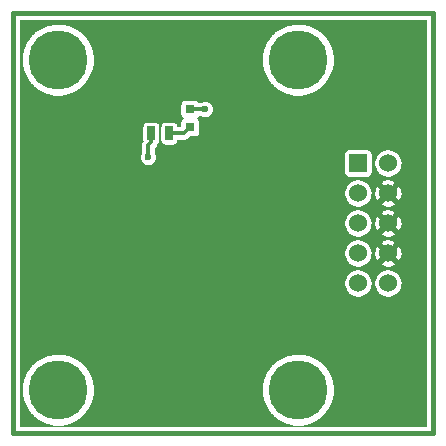
<source format=gbr>
G04 #@! TF.FileFunction,Copper,L1,Top,Signal*
%FSLAX46Y46*%
G04 Gerber Fmt 4.6, Leading zero omitted, Abs format (unit mm)*
G04 Created by KiCad (PCBNEW (2015-11-02 BZR 6290)-product) date Mon 07 Dec 2015 12:03:44 PM CET*
%MOMM*%
G01*
G04 APERTURE LIST*
%ADD10C,0.150000*%
%ADD11C,0.381000*%
%ADD12C,5.001260*%
%ADD13R,0.797560X0.797560*%
%ADD14R,1.524000X1.524000*%
%ADD15C,1.524000*%
%ADD16R,0.635000X1.143000*%
%ADD17C,0.600000*%
%ADD18C,0.373380*%
%ADD19C,0.375920*%
%ADD20C,0.099060*%
G04 APERTURE END LIST*
D10*
D11*
X31750000Y-66548000D02*
X31750000Y-30988000D01*
X67310000Y-30988000D02*
X31750000Y-30988000D01*
X67310000Y-66548000D02*
X67310000Y-30988000D01*
X31750000Y-66548000D02*
X67310000Y-66548000D01*
D12*
X55880000Y-34922460D03*
X35560000Y-34922460D03*
X55880000Y-62865000D03*
X35560000Y-62865000D03*
D13*
X46733460Y-39128700D03*
X46733460Y-40627300D03*
D14*
X60957460Y-43688000D03*
D15*
X63497460Y-43688000D03*
X60957460Y-46228000D03*
X63497460Y-46228000D03*
X60957460Y-48768000D03*
X63497460Y-48768000D03*
X60957460Y-51308000D03*
X63497460Y-51308000D03*
X60957460Y-53848000D03*
X63497460Y-53848000D03*
D16*
X44958000Y-41148000D03*
X43434000Y-41148000D03*
D17*
X48006000Y-39116000D03*
X43180000Y-43180000D03*
D18*
X46736000Y-39128700D02*
X47993300Y-39128700D01*
X47993300Y-39128700D02*
X48006000Y-39116000D01*
D19*
X46212760Y-41148000D02*
X46733460Y-40627300D01*
X45201840Y-41148000D02*
X46212760Y-41148000D01*
X43434000Y-41148000D02*
X43434000Y-41910000D01*
X43180000Y-42164000D02*
X43180000Y-43180000D01*
X43434000Y-41910000D02*
X43180000Y-42164000D01*
D20*
X32338010Y-31576010D02*
X66721990Y-31576010D01*
X32338010Y-31626810D02*
X66721990Y-31626810D01*
X32338010Y-31677610D02*
X66721990Y-31677610D01*
X32338010Y-31728410D02*
X66721990Y-31728410D01*
X32338010Y-31779210D02*
X66721990Y-31779210D01*
X32338010Y-31830010D02*
X66721990Y-31830010D01*
X32338010Y-31880810D02*
X35224342Y-31880810D01*
X35913821Y-31880810D02*
X55544342Y-31880810D01*
X56233821Y-31880810D02*
X66721990Y-31880810D01*
X32338010Y-31931610D02*
X34958039Y-31931610D01*
X36161300Y-31931610D02*
X55278039Y-31931610D01*
X56481300Y-31931610D02*
X66721990Y-31931610D01*
X32338010Y-31982410D02*
X34693215Y-31982410D01*
X36408779Y-31982410D02*
X55013215Y-31982410D01*
X56728779Y-31982410D02*
X66721990Y-31982410D01*
X32338010Y-32033210D02*
X34567481Y-32033210D01*
X36559129Y-32033210D02*
X54887481Y-32033210D01*
X56879129Y-32033210D02*
X66721990Y-32033210D01*
X32338010Y-32084010D02*
X34441746Y-32084010D01*
X36679977Y-32084010D02*
X54761746Y-32084010D01*
X56999977Y-32084010D02*
X66721990Y-32084010D01*
X32338010Y-32134810D02*
X34316012Y-32134810D01*
X36800825Y-32134810D02*
X54636012Y-32134810D01*
X57120825Y-32134810D02*
X66721990Y-32134810D01*
X32338010Y-32185610D02*
X34190277Y-32185610D01*
X36921674Y-32185610D02*
X54510277Y-32185610D01*
X57241674Y-32185610D02*
X66721990Y-32185610D01*
X32338010Y-32236410D02*
X34093357Y-32236410D01*
X37033257Y-32236410D02*
X54413357Y-32236410D01*
X57353257Y-32236410D02*
X66721990Y-32236410D01*
X32338010Y-32287210D02*
X34015727Y-32287210D01*
X37108571Y-32287210D02*
X54335727Y-32287210D01*
X57428571Y-32287210D02*
X66721990Y-32287210D01*
X32338010Y-32338010D02*
X33938096Y-32338010D01*
X37183885Y-32338010D02*
X54258096Y-32338010D01*
X57503885Y-32338010D02*
X66721990Y-32338010D01*
X32338010Y-32388810D02*
X33860465Y-32388810D01*
X37259199Y-32388810D02*
X54180465Y-32388810D01*
X57579199Y-32388810D02*
X66721990Y-32388810D01*
X32338010Y-32439610D02*
X33782835Y-32439610D01*
X37334513Y-32439610D02*
X54102835Y-32439610D01*
X57654513Y-32439610D02*
X66721990Y-32439610D01*
X32338010Y-32490410D02*
X33705204Y-32490410D01*
X37409827Y-32490410D02*
X54025204Y-32490410D01*
X57729827Y-32490410D02*
X66721990Y-32490410D01*
X32338010Y-32541210D02*
X33631454Y-32541210D01*
X37485141Y-32541210D02*
X53951454Y-32541210D01*
X57805141Y-32541210D02*
X66721990Y-32541210D01*
X32338010Y-32592010D02*
X33579579Y-32592010D01*
X37545082Y-32592010D02*
X53899579Y-32592010D01*
X57865082Y-32592010D02*
X66721990Y-32592010D01*
X32338010Y-32642810D02*
X33527704Y-32642810D01*
X37595528Y-32642810D02*
X53847704Y-32642810D01*
X57915528Y-32642810D02*
X66721990Y-32642810D01*
X32338010Y-32693610D02*
X33475829Y-32693610D01*
X37645975Y-32693610D02*
X53795829Y-32693610D01*
X57965975Y-32693610D02*
X66721990Y-32693610D01*
X32338010Y-32744410D02*
X33423954Y-32744410D01*
X37696421Y-32744410D02*
X53743954Y-32744410D01*
X58016421Y-32744410D02*
X66721990Y-32744410D01*
X32338010Y-32795210D02*
X33372079Y-32795210D01*
X37746868Y-32795210D02*
X53692079Y-32795210D01*
X58066868Y-32795210D02*
X66721990Y-32795210D01*
X32338010Y-32846010D02*
X33320203Y-32846010D01*
X37797314Y-32846010D02*
X53640203Y-32846010D01*
X58117314Y-32846010D02*
X66721990Y-32846010D01*
X32338010Y-32896810D02*
X33268328Y-32896810D01*
X37847761Y-32896810D02*
X53588328Y-32896810D01*
X58167761Y-32896810D02*
X66721990Y-32896810D01*
X32338010Y-32947610D02*
X33216453Y-32947610D01*
X37898207Y-32947610D02*
X53536453Y-32947610D01*
X58218207Y-32947610D02*
X66721990Y-32947610D01*
X32338010Y-32998410D02*
X33180151Y-32998410D01*
X37944280Y-32998410D02*
X53500151Y-32998410D01*
X58264280Y-32998410D02*
X66721990Y-32998410D01*
X32338010Y-33049210D02*
X33145368Y-33049210D01*
X37978031Y-33049210D02*
X53465368Y-33049210D01*
X58298031Y-33049210D02*
X66721990Y-33049210D01*
X32338010Y-33100010D02*
X33110584Y-33100010D01*
X38011783Y-33100010D02*
X53430584Y-33100010D01*
X58331783Y-33100010D02*
X66721990Y-33100010D01*
X32338010Y-33150810D02*
X33075801Y-33150810D01*
X38045534Y-33150810D02*
X53395801Y-33150810D01*
X58365534Y-33150810D02*
X66721990Y-33150810D01*
X32338010Y-33201610D02*
X33041017Y-33201610D01*
X38079286Y-33201610D02*
X53361017Y-33201610D01*
X58399286Y-33201610D02*
X66721990Y-33201610D01*
X32338010Y-33252410D02*
X33006233Y-33252410D01*
X38113037Y-33252410D02*
X53326233Y-33252410D01*
X58433037Y-33252410D02*
X66721990Y-33252410D01*
X32338010Y-33303210D02*
X32971450Y-33303210D01*
X38146789Y-33303210D02*
X53291450Y-33303210D01*
X58466789Y-33303210D02*
X66721990Y-33303210D01*
X32338010Y-33354010D02*
X32936666Y-33354010D01*
X38180540Y-33354010D02*
X53256666Y-33354010D01*
X58500540Y-33354010D02*
X66721990Y-33354010D01*
X32338010Y-33404810D02*
X32901883Y-33404810D01*
X38214292Y-33404810D02*
X53221883Y-33404810D01*
X58534292Y-33404810D02*
X66721990Y-33404810D01*
X32338010Y-33455610D02*
X32869627Y-33455610D01*
X38248043Y-33455610D02*
X53189627Y-33455610D01*
X58568043Y-33455610D02*
X66721990Y-33455610D01*
X32338010Y-33506410D02*
X32847854Y-33506410D01*
X38275988Y-33506410D02*
X53167854Y-33506410D01*
X58595988Y-33506410D02*
X66721990Y-33506410D01*
X32338010Y-33557210D02*
X32826082Y-33557210D01*
X38296926Y-33557210D02*
X53146082Y-33557210D01*
X58616926Y-33557210D02*
X66721990Y-33557210D01*
X32338010Y-33608010D02*
X32804309Y-33608010D01*
X38317865Y-33608010D02*
X53124309Y-33608010D01*
X58637865Y-33608010D02*
X66721990Y-33608010D01*
X32338010Y-33658810D02*
X32782536Y-33658810D01*
X38338803Y-33658810D02*
X53102536Y-33658810D01*
X58658803Y-33658810D02*
X66721990Y-33658810D01*
X32338010Y-33709610D02*
X32760763Y-33709610D01*
X38359741Y-33709610D02*
X53080763Y-33709610D01*
X58679741Y-33709610D02*
X66721990Y-33709610D01*
X32338010Y-33760410D02*
X32738990Y-33760410D01*
X38380679Y-33760410D02*
X53058990Y-33760410D01*
X58700679Y-33760410D02*
X66721990Y-33760410D01*
X32338010Y-33811210D02*
X32717217Y-33811210D01*
X38401617Y-33811210D02*
X53037217Y-33811210D01*
X58721617Y-33811210D02*
X66721990Y-33811210D01*
X32338010Y-33862010D02*
X32695445Y-33862010D01*
X38422556Y-33862010D02*
X53015445Y-33862010D01*
X58742556Y-33862010D02*
X66721990Y-33862010D01*
X32338010Y-33912810D02*
X32673672Y-33912810D01*
X38443494Y-33912810D02*
X52993672Y-33912810D01*
X58763494Y-33912810D02*
X66721990Y-33912810D01*
X32338010Y-33963610D02*
X32651899Y-33963610D01*
X38464432Y-33963610D02*
X52971899Y-33963610D01*
X58784432Y-33963610D02*
X66721990Y-33963610D01*
X32338010Y-34014410D02*
X32634189Y-34014410D01*
X38485370Y-34014410D02*
X52954189Y-34014410D01*
X58805370Y-34014410D02*
X66721990Y-34014410D01*
X32338010Y-34065210D02*
X32623391Y-34065210D01*
X38500158Y-34065210D02*
X52943391Y-34065210D01*
X58820158Y-34065210D02*
X66721990Y-34065210D01*
X32338010Y-34116010D02*
X32612593Y-34116010D01*
X38510217Y-34116010D02*
X52932593Y-34116010D01*
X58830217Y-34116010D02*
X66721990Y-34116010D01*
X32338010Y-34166810D02*
X32601795Y-34166810D01*
X38520276Y-34166810D02*
X52921795Y-34166810D01*
X58840276Y-34166810D02*
X66721990Y-34166810D01*
X32338010Y-34217610D02*
X32590997Y-34217610D01*
X38530334Y-34217610D02*
X52910997Y-34217610D01*
X58850334Y-34217610D02*
X66721990Y-34217610D01*
X32338010Y-34268410D02*
X32580199Y-34268410D01*
X38540393Y-34268410D02*
X52900199Y-34268410D01*
X58860393Y-34268410D02*
X66721990Y-34268410D01*
X32338010Y-34319210D02*
X32569401Y-34319210D01*
X38550452Y-34319210D02*
X52889401Y-34319210D01*
X58870452Y-34319210D02*
X66721990Y-34319210D01*
X32338010Y-34370010D02*
X32558603Y-34370010D01*
X38560511Y-34370010D02*
X52878603Y-34370010D01*
X58880511Y-34370010D02*
X66721990Y-34370010D01*
X32338010Y-34420810D02*
X32547805Y-34420810D01*
X38570569Y-34420810D02*
X52867805Y-34420810D01*
X58890569Y-34420810D02*
X66721990Y-34420810D01*
X32338010Y-34471610D02*
X32537007Y-34471610D01*
X38580628Y-34471610D02*
X52857007Y-34471610D01*
X58900628Y-34471610D02*
X66721990Y-34471610D01*
X32338010Y-34522410D02*
X32526209Y-34522410D01*
X38590687Y-34522410D02*
X52846209Y-34522410D01*
X58910687Y-34522410D02*
X66721990Y-34522410D01*
X32338010Y-34573210D02*
X32515411Y-34573210D01*
X38600746Y-34573210D02*
X52835411Y-34573210D01*
X58920746Y-34573210D02*
X66721990Y-34573210D01*
X32338010Y-34624010D02*
X32513200Y-34624010D01*
X38610661Y-34624010D02*
X52833200Y-34624010D01*
X58930661Y-34624010D02*
X66721990Y-34624010D01*
X32338010Y-34674810D02*
X32512490Y-34674810D01*
X38609952Y-34674810D02*
X52832490Y-34674810D01*
X58929952Y-34674810D02*
X66721990Y-34674810D01*
X32338010Y-34725610D02*
X32511781Y-34725610D01*
X38609242Y-34725610D02*
X52831781Y-34725610D01*
X58929242Y-34725610D02*
X66721990Y-34725610D01*
X32338010Y-34776410D02*
X32511072Y-34776410D01*
X38608533Y-34776410D02*
X52831072Y-34776410D01*
X58928533Y-34776410D02*
X66721990Y-34776410D01*
X32338010Y-34827210D02*
X32510362Y-34827210D01*
X38607824Y-34827210D02*
X52830362Y-34827210D01*
X58927824Y-34827210D02*
X66721990Y-34827210D01*
X32338010Y-34878010D02*
X32509653Y-34878010D01*
X38607114Y-34878010D02*
X52829653Y-34878010D01*
X58927114Y-34878010D02*
X66721990Y-34878010D01*
X32338010Y-34928810D02*
X32508944Y-34928810D01*
X38606405Y-34928810D02*
X52828944Y-34928810D01*
X58926405Y-34928810D02*
X66721990Y-34928810D01*
X32338010Y-34979610D02*
X32508234Y-34979610D01*
X38605695Y-34979610D02*
X52828234Y-34979610D01*
X58925695Y-34979610D02*
X66721990Y-34979610D01*
X32338010Y-35030410D02*
X32507525Y-35030410D01*
X38604986Y-35030410D02*
X52827525Y-35030410D01*
X58924986Y-35030410D02*
X66721990Y-35030410D01*
X32338010Y-35081210D02*
X32506815Y-35081210D01*
X38604277Y-35081210D02*
X52826815Y-35081210D01*
X58924277Y-35081210D02*
X66721990Y-35081210D01*
X32338010Y-35132010D02*
X32506106Y-35132010D01*
X38603567Y-35132010D02*
X52826106Y-35132010D01*
X58923567Y-35132010D02*
X66721990Y-35132010D01*
X32338010Y-35182810D02*
X32506156Y-35182810D01*
X38602858Y-35182810D02*
X52826156Y-35182810D01*
X58922858Y-35182810D02*
X66721990Y-35182810D01*
X32338010Y-35233610D02*
X32515480Y-35233610D01*
X38602148Y-35233610D02*
X52835480Y-35233610D01*
X58922148Y-35233610D02*
X66721990Y-35233610D01*
X32338010Y-35284410D02*
X32524804Y-35284410D01*
X38601439Y-35284410D02*
X52844804Y-35284410D01*
X58921439Y-35284410D02*
X66721990Y-35284410D01*
X32338010Y-35335210D02*
X32534127Y-35335210D01*
X38594638Y-35335210D02*
X52854127Y-35335210D01*
X58914638Y-35335210D02*
X66721990Y-35335210D01*
X32338010Y-35386010D02*
X32543451Y-35386010D01*
X38583097Y-35386010D02*
X52863451Y-35386010D01*
X58903097Y-35386010D02*
X66721990Y-35386010D01*
X32338010Y-35436810D02*
X32552775Y-35436810D01*
X38571556Y-35436810D02*
X52872775Y-35436810D01*
X58891556Y-35436810D02*
X66721990Y-35436810D01*
X32338010Y-35487610D02*
X32562098Y-35487610D01*
X38560014Y-35487610D02*
X52882098Y-35487610D01*
X58880014Y-35487610D02*
X66721990Y-35487610D01*
X32338010Y-35538410D02*
X32571422Y-35538410D01*
X38548473Y-35538410D02*
X52891422Y-35538410D01*
X58868473Y-35538410D02*
X66721990Y-35538410D01*
X32338010Y-35589210D02*
X32580746Y-35589210D01*
X38536931Y-35589210D02*
X52900746Y-35589210D01*
X58856931Y-35589210D02*
X66721990Y-35589210D01*
X32338010Y-35640010D02*
X32590069Y-35640010D01*
X38525390Y-35640010D02*
X52910069Y-35640010D01*
X58845390Y-35640010D02*
X66721990Y-35640010D01*
X32338010Y-35690810D02*
X32599393Y-35690810D01*
X38513848Y-35690810D02*
X52919393Y-35690810D01*
X58833848Y-35690810D02*
X66721990Y-35690810D01*
X32338010Y-35741610D02*
X32608716Y-35741610D01*
X38502307Y-35741610D02*
X52928716Y-35741610D01*
X58822307Y-35741610D02*
X66721990Y-35741610D01*
X32338010Y-35792410D02*
X32623358Y-35792410D01*
X38490766Y-35792410D02*
X52943358Y-35792410D01*
X58810766Y-35792410D02*
X66721990Y-35792410D01*
X32338010Y-35843210D02*
X32643471Y-35843210D01*
X38479224Y-35843210D02*
X52963471Y-35843210D01*
X58799224Y-35843210D02*
X66721990Y-35843210D01*
X32338010Y-35894010D02*
X32663584Y-35894010D01*
X38466813Y-35894010D02*
X52983584Y-35894010D01*
X58786813Y-35894010D02*
X66721990Y-35894010D01*
X32338010Y-35944810D02*
X32683697Y-35944810D01*
X38444195Y-35944810D02*
X53003697Y-35944810D01*
X58764195Y-35944810D02*
X66721990Y-35944810D01*
X32338010Y-35995610D02*
X32703811Y-35995610D01*
X38421577Y-35995610D02*
X53023811Y-35995610D01*
X58741577Y-35995610D02*
X66721990Y-35995610D01*
X32338010Y-36046410D02*
X32723924Y-36046410D01*
X38398960Y-36046410D02*
X53043924Y-36046410D01*
X58718960Y-36046410D02*
X66721990Y-36046410D01*
X32338010Y-36097210D02*
X32744037Y-36097210D01*
X38376342Y-36097210D02*
X53064037Y-36097210D01*
X58696342Y-36097210D02*
X66721990Y-36097210D01*
X32338010Y-36148010D02*
X32764150Y-36148010D01*
X38353724Y-36148010D02*
X53084150Y-36148010D01*
X58673724Y-36148010D02*
X66721990Y-36148010D01*
X32338010Y-36198810D02*
X32784263Y-36198810D01*
X38331107Y-36198810D02*
X53104263Y-36198810D01*
X58651107Y-36198810D02*
X66721990Y-36198810D01*
X32338010Y-36249610D02*
X32804376Y-36249610D01*
X38308489Y-36249610D02*
X53124376Y-36249610D01*
X58628489Y-36249610D02*
X66721990Y-36249610D01*
X32338010Y-36300410D02*
X32824489Y-36300410D01*
X38285872Y-36300410D02*
X53144489Y-36300410D01*
X58605872Y-36300410D02*
X66721990Y-36300410D01*
X32338010Y-36351210D02*
X32851464Y-36351210D01*
X38263254Y-36351210D02*
X53171464Y-36351210D01*
X58583254Y-36351210D02*
X66721990Y-36351210D01*
X32338010Y-36402010D02*
X32884202Y-36402010D01*
X38240636Y-36402010D02*
X53204202Y-36402010D01*
X58560636Y-36402010D02*
X66721990Y-36402010D01*
X32338010Y-36452810D02*
X32916940Y-36452810D01*
X38213785Y-36452810D02*
X53236940Y-36452810D01*
X58533785Y-36452810D02*
X66721990Y-36452810D01*
X32338010Y-36503610D02*
X32949679Y-36503610D01*
X38177950Y-36503610D02*
X53269679Y-36503610D01*
X58497950Y-36503610D02*
X66721990Y-36503610D01*
X32338010Y-36554410D02*
X32982417Y-36554410D01*
X38142114Y-36554410D02*
X53302417Y-36554410D01*
X58462114Y-36554410D02*
X66721990Y-36554410D01*
X32338010Y-36605210D02*
X33015155Y-36605210D01*
X38106279Y-36605210D02*
X53335155Y-36605210D01*
X58426279Y-36605210D02*
X66721990Y-36605210D01*
X32338010Y-36656010D02*
X33047894Y-36656010D01*
X38070443Y-36656010D02*
X53367894Y-36656010D01*
X58390443Y-36656010D02*
X66721990Y-36656010D01*
X32338010Y-36706810D02*
X33080632Y-36706810D01*
X38034608Y-36706810D02*
X53400632Y-36706810D01*
X58354608Y-36706810D02*
X66721990Y-36706810D01*
X32338010Y-36757610D02*
X33113370Y-36757610D01*
X37998772Y-36757610D02*
X53433370Y-36757610D01*
X58318772Y-36757610D02*
X66721990Y-36757610D01*
X32338010Y-36808410D02*
X33146109Y-36808410D01*
X37962937Y-36808410D02*
X53466109Y-36808410D01*
X58282937Y-36808410D02*
X66721990Y-36808410D01*
X32338010Y-36859210D02*
X33189366Y-36859210D01*
X37927101Y-36859210D02*
X53509366Y-36859210D01*
X58247101Y-36859210D02*
X66721990Y-36859210D01*
X32338010Y-36910010D02*
X33238423Y-36910010D01*
X37891266Y-36910010D02*
X53558423Y-36910010D01*
X58211266Y-36910010D02*
X66721990Y-36910010D01*
X32338010Y-36960810D02*
X33287480Y-36960810D01*
X37843222Y-36960810D02*
X53607480Y-36960810D01*
X58163222Y-36960810D02*
X66721990Y-36960810D01*
X32338010Y-37011610D02*
X33336537Y-37011610D01*
X37789877Y-37011610D02*
X53656537Y-37011610D01*
X58109877Y-37011610D02*
X66721990Y-37011610D01*
X32338010Y-37062410D02*
X33385594Y-37062410D01*
X37736531Y-37062410D02*
X53705594Y-37062410D01*
X58056531Y-37062410D02*
X66721990Y-37062410D01*
X32338010Y-37113210D02*
X33434651Y-37113210D01*
X37683186Y-37113210D02*
X53754651Y-37113210D01*
X58003186Y-37113210D02*
X66721990Y-37113210D01*
X32338010Y-37164010D02*
X33483708Y-37164010D01*
X37629841Y-37164010D02*
X53803708Y-37164010D01*
X57949841Y-37164010D02*
X66721990Y-37164010D01*
X32338010Y-37214810D02*
X33532765Y-37214810D01*
X37576495Y-37214810D02*
X53852765Y-37214810D01*
X57896495Y-37214810D02*
X66721990Y-37214810D01*
X32338010Y-37265610D02*
X33585989Y-37265610D01*
X37523150Y-37265610D02*
X53905989Y-37265610D01*
X57843150Y-37265610D02*
X66721990Y-37265610D01*
X32338010Y-37316410D02*
X33659081Y-37316410D01*
X37469805Y-37316410D02*
X53979081Y-37316410D01*
X57789805Y-37316410D02*
X66721990Y-37316410D01*
X32338010Y-37367210D02*
X33732172Y-37367210D01*
X37401079Y-37367210D02*
X54052172Y-37367210D01*
X57721079Y-37367210D02*
X66721990Y-37367210D01*
X32338010Y-37418010D02*
X33805264Y-37418010D01*
X37321031Y-37418010D02*
X54125264Y-37418010D01*
X57641031Y-37418010D02*
X66721990Y-37418010D01*
X32338010Y-37468810D02*
X33878355Y-37468810D01*
X37240983Y-37468810D02*
X54198355Y-37468810D01*
X57560983Y-37468810D02*
X66721990Y-37468810D01*
X32338010Y-37519610D02*
X33951447Y-37519610D01*
X37160935Y-37519610D02*
X54271447Y-37519610D01*
X57480935Y-37519610D02*
X66721990Y-37519610D01*
X32338010Y-37570410D02*
X34024539Y-37570410D01*
X37080887Y-37570410D02*
X54344539Y-37570410D01*
X57400887Y-37570410D02*
X66721990Y-37570410D01*
X32338010Y-37621210D02*
X34117167Y-37621210D01*
X37000839Y-37621210D02*
X54437167Y-37621210D01*
X57320839Y-37621210D02*
X66721990Y-37621210D01*
X32338010Y-37672010D02*
X34233443Y-37672010D01*
X36907251Y-37672010D02*
X54553443Y-37672010D01*
X57227251Y-37672010D02*
X66721990Y-37672010D01*
X32338010Y-37722810D02*
X34349720Y-37722810D01*
X36776281Y-37722810D02*
X54669720Y-37722810D01*
X57096281Y-37722810D02*
X66721990Y-37722810D01*
X32338010Y-37773610D02*
X34465996Y-37773610D01*
X36645311Y-37773610D02*
X54785996Y-37773610D01*
X56965311Y-37773610D02*
X66721990Y-37773610D01*
X32338010Y-37824410D02*
X34582272Y-37824410D01*
X36514341Y-37824410D02*
X54902272Y-37824410D01*
X56834341Y-37824410D02*
X66721990Y-37824410D01*
X32338010Y-37875210D02*
X34783221Y-37875210D01*
X36382232Y-37875210D02*
X55103221Y-37875210D01*
X56702232Y-37875210D02*
X66721990Y-37875210D01*
X32338010Y-37926010D02*
X35014274Y-37926010D01*
X36094133Y-37926010D02*
X55334274Y-37926010D01*
X56414133Y-37926010D02*
X66721990Y-37926010D01*
X32338010Y-37976810D02*
X35703700Y-37976810D01*
X35806033Y-37976810D02*
X56023700Y-37976810D01*
X56126033Y-37976810D02*
X66721990Y-37976810D01*
X32338010Y-38027610D02*
X66721990Y-38027610D01*
X32338010Y-38078410D02*
X66721990Y-38078410D01*
X32338010Y-38129210D02*
X66721990Y-38129210D01*
X32338010Y-38180010D02*
X66721990Y-38180010D01*
X32338010Y-38230810D02*
X66721990Y-38230810D01*
X32338010Y-38281610D02*
X66721990Y-38281610D01*
X32338010Y-38332410D02*
X46310566Y-38332410D01*
X47145772Y-38332410D02*
X66721990Y-38332410D01*
X32338010Y-38383210D02*
X46142119Y-38383210D01*
X47325400Y-38383210D02*
X66721990Y-38383210D01*
X32338010Y-38434010D02*
X46067277Y-38434010D01*
X47394704Y-38434010D02*
X47858548Y-38434010D01*
X48152605Y-38434010D02*
X66721990Y-38434010D01*
X32338010Y-38484810D02*
X46023981Y-38484810D01*
X47444323Y-38484810D02*
X47706190Y-38484810D01*
X48304489Y-38484810D02*
X66721990Y-38484810D01*
X32338010Y-38535610D02*
X45988489Y-38535610D01*
X47477798Y-38535610D02*
X47619031Y-38535610D01*
X48392941Y-38535610D02*
X66721990Y-38535610D01*
X32338010Y-38586410D02*
X45965590Y-38586410D01*
X48463140Y-38586410D02*
X66721990Y-38586410D01*
X32338010Y-38637210D02*
X45948423Y-38637210D01*
X48513587Y-38637210D02*
X66721990Y-38637210D01*
X32338010Y-38688010D02*
X45941203Y-38688010D01*
X48559107Y-38688010D02*
X66721990Y-38688010D01*
X32338010Y-38738810D02*
X45935247Y-38738810D01*
X48592859Y-38738810D02*
X66721990Y-38738810D01*
X32338010Y-38789610D02*
X45935247Y-38789610D01*
X48625940Y-38789610D02*
X66721990Y-38789610D01*
X32338010Y-38840410D02*
X45935247Y-38840410D01*
X48646878Y-38840410D02*
X66721990Y-38840410D01*
X32338010Y-38891210D02*
X45935247Y-38891210D01*
X48667816Y-38891210D02*
X66721990Y-38891210D01*
X32338010Y-38942010D02*
X45935247Y-38942010D01*
X48682632Y-38942010D02*
X66721990Y-38942010D01*
X32338010Y-38992810D02*
X45935247Y-38992810D01*
X48692691Y-38992810D02*
X66721990Y-38992810D01*
X32338010Y-39043610D02*
X45935247Y-39043610D01*
X48702749Y-39043610D02*
X66721990Y-39043610D01*
X32338010Y-39094410D02*
X45935247Y-39094410D01*
X48702886Y-39094410D02*
X66721990Y-39094410D01*
X32338010Y-39145210D02*
X45935247Y-39145210D01*
X48702176Y-39145210D02*
X66721990Y-39145210D01*
X32338010Y-39196010D02*
X45935247Y-39196010D01*
X48701467Y-39196010D02*
X66721990Y-39196010D01*
X32338010Y-39246810D02*
X45935247Y-39246810D01*
X48691596Y-39246810D02*
X66721990Y-39246810D01*
X32338010Y-39297610D02*
X45935247Y-39297610D01*
X48680055Y-39297610D02*
X66721990Y-39297610D01*
X32338010Y-39348410D02*
X45935247Y-39348410D01*
X48666077Y-39348410D02*
X66721990Y-39348410D01*
X32338010Y-39399210D02*
X45935247Y-39399210D01*
X48643459Y-39399210D02*
X66721990Y-39399210D01*
X32338010Y-39450010D02*
X45935247Y-39450010D01*
X48620841Y-39450010D02*
X66721990Y-39450010D01*
X32338010Y-39500810D02*
X45935247Y-39500810D01*
X48588176Y-39500810D02*
X66721990Y-39500810D01*
X32338010Y-39551610D02*
X45937171Y-39551610D01*
X48552341Y-39551610D02*
X66721990Y-39551610D01*
X32338010Y-39602410D02*
X45943895Y-39602410D01*
X48506704Y-39602410D02*
X66721990Y-39602410D01*
X32338010Y-39653210D02*
X45959627Y-39653210D01*
X48453359Y-39653210D02*
X66721990Y-39653210D01*
X32338010Y-39704010D02*
X45977406Y-39704010D01*
X48381245Y-39704010D02*
X66721990Y-39704010D01*
X32338010Y-39754810D02*
X46010881Y-39754810D01*
X47458093Y-39754810D02*
X47725848Y-39754810D01*
X48287955Y-39754810D02*
X66721990Y-39754810D01*
X32338010Y-39805610D02*
X46051355Y-39805610D01*
X47414797Y-39805610D02*
X47894154Y-39805610D01*
X48111998Y-39805610D02*
X66721990Y-39805610D01*
X32338010Y-39856410D02*
X46110959Y-39856410D01*
X47351783Y-39856410D02*
X66721990Y-39856410D01*
X32338010Y-39907210D02*
X46103573Y-39907210D01*
X47364901Y-39907210D02*
X66721990Y-39907210D01*
X32338010Y-39958010D02*
X46045629Y-39958010D01*
X47424506Y-39958010D02*
X66721990Y-39958010D01*
X32338010Y-40008810D02*
X46002333Y-40008810D01*
X47461061Y-40008810D02*
X66721990Y-40008810D01*
X32338010Y-40059610D02*
X45977040Y-40059610D01*
X47493921Y-40059610D02*
X66721990Y-40059610D01*
X32338010Y-40110410D02*
X45954141Y-40110410D01*
X47509653Y-40110410D02*
X66721990Y-40110410D01*
X32338010Y-40161210D02*
X45944813Y-40161210D01*
X47525384Y-40161210D02*
X66721990Y-40161210D01*
X32338010Y-40212010D02*
X42956662Y-40212010D01*
X43905216Y-40212010D02*
X44480662Y-40212010D01*
X45429216Y-40212010D02*
X45937594Y-40212010D01*
X47530357Y-40212010D02*
X66721990Y-40212010D01*
X32338010Y-40262810D02*
X42873830Y-40262810D01*
X43993102Y-40262810D02*
X44397830Y-40262810D01*
X45517102Y-40262810D02*
X45935247Y-40262810D01*
X47531673Y-40262810D02*
X66721990Y-40262810D01*
X32338010Y-40313610D02*
X42820954Y-40313610D01*
X44051867Y-40313610D02*
X44344954Y-40313610D01*
X45575867Y-40313610D02*
X45935247Y-40313610D01*
X47531673Y-40313610D02*
X66721990Y-40313610D01*
X32338010Y-40364410D02*
X42778324Y-40364410D01*
X44085342Y-40364410D02*
X44302324Y-40364410D01*
X45609342Y-40364410D02*
X45935247Y-40364410D01*
X47531673Y-40364410D02*
X66721990Y-40364410D01*
X32338010Y-40415210D02*
X42755425Y-40415210D01*
X44115541Y-40415210D02*
X44279425Y-40415210D01*
X45639541Y-40415210D02*
X45935247Y-40415210D01*
X47531673Y-40415210D02*
X66721990Y-40415210D01*
X32338010Y-40466010D02*
X42732769Y-40466010D01*
X44131273Y-40466010D02*
X44256769Y-40466010D01*
X45655273Y-40466010D02*
X45935247Y-40466010D01*
X47531673Y-40466010D02*
X66721990Y-40466010D01*
X32338010Y-40516810D02*
X42725550Y-40516810D01*
X44146174Y-40516810D02*
X44249550Y-40516810D01*
X45670174Y-40516810D02*
X45935247Y-40516810D01*
X47531673Y-40516810D02*
X66721990Y-40516810D01*
X32338010Y-40567610D02*
X42718331Y-40567610D01*
X44150225Y-40567610D02*
X44242331Y-40567610D01*
X47531673Y-40567610D02*
X66721990Y-40567610D01*
X32338010Y-40618410D02*
X42717067Y-40618410D01*
X44150933Y-40618410D02*
X44241067Y-40618410D01*
X47531673Y-40618410D02*
X66721990Y-40618410D01*
X32338010Y-40669210D02*
X42717067Y-40669210D01*
X44150933Y-40669210D02*
X44241067Y-40669210D01*
X47531673Y-40669210D02*
X66721990Y-40669210D01*
X32338010Y-40720010D02*
X42717067Y-40720010D01*
X44150933Y-40720010D02*
X44241067Y-40720010D01*
X47531673Y-40720010D02*
X66721990Y-40720010D01*
X32338010Y-40770810D02*
X42717067Y-40770810D01*
X44150933Y-40770810D02*
X44241067Y-40770810D01*
X47531673Y-40770810D02*
X66721990Y-40770810D01*
X32338010Y-40821610D02*
X42717067Y-40821610D01*
X44150933Y-40821610D02*
X44241067Y-40821610D01*
X47531673Y-40821610D02*
X66721990Y-40821610D01*
X32338010Y-40872410D02*
X42717067Y-40872410D01*
X44150933Y-40872410D02*
X44241067Y-40872410D01*
X47531673Y-40872410D02*
X66721990Y-40872410D01*
X32338010Y-40923210D02*
X42717067Y-40923210D01*
X44150933Y-40923210D02*
X44241067Y-40923210D01*
X47531673Y-40923210D02*
X66721990Y-40923210D01*
X32338010Y-40974010D02*
X42717067Y-40974010D01*
X44150933Y-40974010D02*
X44241067Y-40974010D01*
X47531673Y-40974010D02*
X66721990Y-40974010D01*
X32338010Y-41024810D02*
X42717067Y-41024810D01*
X44150933Y-41024810D02*
X44241067Y-41024810D01*
X47531673Y-41024810D02*
X66721990Y-41024810D01*
X32338010Y-41075610D02*
X42717067Y-41075610D01*
X44150933Y-41075610D02*
X44241067Y-41075610D01*
X47524634Y-41075610D02*
X66721990Y-41075610D01*
X32338010Y-41126410D02*
X42717067Y-41126410D01*
X44150933Y-41126410D02*
X44241067Y-41126410D01*
X47517414Y-41126410D02*
X66721990Y-41126410D01*
X32338010Y-41177210D02*
X42717067Y-41177210D01*
X44150933Y-41177210D02*
X44241067Y-41177210D01*
X47497895Y-41177210D02*
X66721990Y-41177210D01*
X32338010Y-41228010D02*
X42717067Y-41228010D01*
X44150933Y-41228010D02*
X44241067Y-41228010D01*
X47474996Y-41228010D02*
X66721990Y-41228010D01*
X32338010Y-41278810D02*
X42717067Y-41278810D01*
X44150933Y-41278810D02*
X44241067Y-41278810D01*
X47436445Y-41278810D02*
X66721990Y-41278810D01*
X32338010Y-41329610D02*
X42717067Y-41329610D01*
X44150933Y-41329610D02*
X44241067Y-41329610D01*
X47390329Y-41329610D02*
X66721990Y-41329610D01*
X32338010Y-41380410D02*
X42717067Y-41380410D01*
X44150933Y-41380410D02*
X44241067Y-41380410D01*
X47313237Y-41380410D02*
X66721990Y-41380410D01*
X32338010Y-41431210D02*
X42717067Y-41431210D01*
X44150933Y-41431210D02*
X44241067Y-41431210D01*
X46757530Y-41431210D02*
X66721990Y-41431210D01*
X32338010Y-41482010D02*
X42717067Y-41482010D01*
X44150933Y-41482010D02*
X44241067Y-41482010D01*
X46706730Y-41482010D02*
X66721990Y-41482010D01*
X32338010Y-41532810D02*
X42717067Y-41532810D01*
X44150933Y-41532810D02*
X44241067Y-41532810D01*
X46655930Y-41532810D02*
X66721990Y-41532810D01*
X32338010Y-41583610D02*
X42717067Y-41583610D01*
X44150933Y-41583610D02*
X44241067Y-41583610D01*
X46601036Y-41583610D02*
X66721990Y-41583610D01*
X32338010Y-41634410D02*
X42717067Y-41634410D01*
X44150933Y-41634410D02*
X44241067Y-41634410D01*
X46538274Y-41634410D02*
X66721990Y-41634410D01*
X32338010Y-41685210D02*
X42717067Y-41685210D01*
X44150933Y-41685210D02*
X44241067Y-41685210D01*
X46443545Y-41685210D02*
X66721990Y-41685210D01*
X32338010Y-41736010D02*
X42718383Y-41736010D01*
X44148586Y-41736010D02*
X44242383Y-41736010D01*
X45672587Y-41736010D02*
X66721990Y-41736010D01*
X32338010Y-41786810D02*
X42723356Y-41786810D01*
X44141367Y-41786810D02*
X44247356Y-41786810D01*
X45665367Y-41786810D02*
X66721990Y-41786810D01*
X32338010Y-41837610D02*
X42694055Y-41837610D01*
X44132039Y-41837610D02*
X44263087Y-41837610D01*
X45656039Y-41837610D02*
X66721990Y-41837610D01*
X32338010Y-41888410D02*
X42666586Y-41888410D01*
X44109140Y-41888410D02*
X44278819Y-41888410D01*
X45633140Y-41888410D02*
X66721990Y-41888410D01*
X32338010Y-41939210D02*
X42639426Y-41939210D01*
X44083847Y-41939210D02*
X44311679Y-41939210D01*
X45607847Y-41939210D02*
X66721990Y-41939210D01*
X32338010Y-41990010D02*
X42623895Y-41990010D01*
X44040551Y-41990010D02*
X44348234Y-41990010D01*
X45564551Y-41990010D02*
X66721990Y-41990010D01*
X32338010Y-42040810D02*
X42607789Y-42040810D01*
X44003794Y-42040810D02*
X44407839Y-42040810D01*
X45506607Y-42040810D02*
X66721990Y-42040810D01*
X32338010Y-42091610D02*
X42601680Y-42091610D01*
X43987775Y-42091610D02*
X44503688Y-42091610D01*
X45410731Y-42091610D02*
X66721990Y-42091610D01*
X32338010Y-42142410D02*
X42596092Y-42142410D01*
X43971153Y-42142410D02*
X66721990Y-42142410D01*
X32338010Y-42193210D02*
X42594530Y-42193210D01*
X43943295Y-42193210D02*
X66721990Y-42193210D01*
X32338010Y-42244010D02*
X42594530Y-42244010D01*
X43914361Y-42244010D02*
X66721990Y-42244010D01*
X32338010Y-42294810D02*
X42594530Y-42294810D01*
X43871958Y-42294810D02*
X66721990Y-42294810D01*
X32338010Y-42345610D02*
X42594530Y-42345610D01*
X43826370Y-42345610D02*
X66721990Y-42345610D01*
X32338010Y-42396410D02*
X42594530Y-42396410D01*
X43775570Y-42396410D02*
X66721990Y-42396410D01*
X32338010Y-42447210D02*
X42594530Y-42447210D01*
X43765470Y-42447210D02*
X66721990Y-42447210D01*
X32338010Y-42498010D02*
X42594530Y-42498010D01*
X43765470Y-42498010D02*
X66721990Y-42498010D01*
X32338010Y-42548810D02*
X42594530Y-42548810D01*
X43765470Y-42548810D02*
X60076633Y-42548810D01*
X61845002Y-42548810D02*
X63281069Y-42548810D01*
X63714475Y-42548810D02*
X66721990Y-42548810D01*
X32338010Y-42599610D02*
X42594530Y-42599610D01*
X43765470Y-42599610D02*
X59972063Y-42599610D01*
X61946161Y-42599610D02*
X63095914Y-42599610D01*
X63900574Y-42599610D02*
X66721990Y-42599610D01*
X32338010Y-42650410D02*
X42594530Y-42650410D01*
X43765470Y-42650410D02*
X59910738Y-42650410D01*
X62005765Y-42650410D02*
X62970180Y-42650410D01*
X64021422Y-42650410D02*
X66721990Y-42650410D01*
X32338010Y-42701210D02*
X42594530Y-42701210D01*
X43765470Y-42701210D02*
X59867442Y-42701210D01*
X62044933Y-42701210D02*
X62887761Y-42701210D01*
X64108114Y-42701210D02*
X66721990Y-42701210D01*
X32338010Y-42752010D02*
X42594530Y-42752010D01*
X43765470Y-42752010D02*
X59840109Y-42752010D01*
X62078408Y-42752010D02*
X62810131Y-42752010D01*
X64183428Y-42752010D02*
X66721990Y-42752010D01*
X32338010Y-42802810D02*
X42592882Y-42802810D01*
X43766858Y-42802810D02*
X59817211Y-42802810D01*
X62095300Y-42802810D02*
X62744076Y-42802810D01*
X64252598Y-42802810D02*
X66721990Y-42802810D01*
X32338010Y-42853610D02*
X42560983Y-42853610D01*
X43799940Y-42853610D02*
X59806315Y-42853610D01*
X62111031Y-42853610D02*
X62692201Y-42853610D01*
X64303045Y-42853610D02*
X66721990Y-42853610D01*
X32338010Y-42904410D02*
X42539210Y-42904410D01*
X43820879Y-42904410D02*
X59799096Y-42904410D01*
X62117172Y-42904410D02*
X62640325Y-42904410D01*
X64353492Y-42904410D02*
X66721990Y-42904410D01*
X32338010Y-42955210D02*
X42517437Y-42955210D01*
X43841817Y-42955210D02*
X59796027Y-42955210D01*
X62118893Y-42955210D02*
X62593879Y-42955210D01*
X64402755Y-42955210D02*
X66721990Y-42955210D01*
X32338010Y-43006010D02*
X42503860Y-43006010D01*
X43856632Y-43006010D02*
X59796027Y-43006010D01*
X62118893Y-43006010D02*
X62559095Y-43006010D01*
X64436507Y-43006010D02*
X66721990Y-43006010D01*
X32338010Y-43056810D02*
X42493062Y-43056810D01*
X43866691Y-43056810D02*
X59796027Y-43056810D01*
X62118893Y-43056810D02*
X62524312Y-43056810D01*
X64470259Y-43056810D02*
X66721990Y-43056810D01*
X32338010Y-43107610D02*
X42483403Y-43107610D01*
X43876749Y-43107610D02*
X59796027Y-43107610D01*
X62118893Y-43107610D02*
X62489529Y-43107610D01*
X64504010Y-43107610D02*
X66721990Y-43107610D01*
X32338010Y-43158410D02*
X42482694Y-43158410D01*
X43876886Y-43158410D02*
X59796027Y-43158410D01*
X62118893Y-43158410D02*
X62462867Y-43158410D01*
X64533373Y-43158410D02*
X66721990Y-43158410D01*
X32338010Y-43209210D02*
X42481985Y-43209210D01*
X43876176Y-43209210D02*
X59796027Y-43209210D01*
X62118893Y-43209210D02*
X62441094Y-43209210D01*
X64554311Y-43209210D02*
X66721990Y-43209210D01*
X32338010Y-43260010D02*
X42485493Y-43260010D01*
X43875467Y-43260010D02*
X59796027Y-43260010D01*
X62118893Y-43260010D02*
X62419321Y-43260010D01*
X64575249Y-43260010D02*
X66721990Y-43260010D01*
X32338010Y-43310810D02*
X42494817Y-43310810D01*
X43865596Y-43310810D02*
X59796027Y-43310810D01*
X62118893Y-43310810D02*
X62397548Y-43310810D01*
X64596187Y-43310810D02*
X66721990Y-43310810D01*
X32338010Y-43361610D02*
X42504140Y-43361610D01*
X43854055Y-43361610D02*
X59796027Y-43361610D01*
X62118893Y-43361610D02*
X62381372Y-43361610D01*
X64614905Y-43361610D02*
X66721990Y-43361610D01*
X32338010Y-43412410D02*
X42521794Y-43412410D01*
X43840077Y-43412410D02*
X59796027Y-43412410D01*
X62118893Y-43412410D02*
X62370574Y-43412410D01*
X64624964Y-43412410D02*
X66721990Y-43412410D01*
X32338010Y-43463210D02*
X42541907Y-43463210D01*
X43817459Y-43463210D02*
X59796027Y-43463210D01*
X62118893Y-43463210D02*
X62359776Y-43463210D01*
X64635022Y-43463210D02*
X66721990Y-43463210D01*
X32338010Y-43514010D02*
X42565409Y-43514010D01*
X43794841Y-43514010D02*
X59796027Y-43514010D01*
X62118893Y-43514010D02*
X62348978Y-43514010D01*
X64645081Y-43514010D02*
X66721990Y-43514010D01*
X32338010Y-43564810D02*
X42598148Y-43564810D01*
X43762176Y-43564810D02*
X59796027Y-43564810D01*
X62118893Y-43564810D02*
X62339508Y-43564810D01*
X64655140Y-43564810D02*
X66721990Y-43564810D01*
X32338010Y-43615610D02*
X42630969Y-43615610D01*
X43726341Y-43615610D02*
X59796027Y-43615610D01*
X62118893Y-43615610D02*
X62338799Y-43615610D01*
X64656442Y-43615610D02*
X66721990Y-43615610D01*
X32338010Y-43666410D02*
X42680025Y-43666410D01*
X43680704Y-43666410D02*
X59796027Y-43666410D01*
X62118893Y-43666410D02*
X62338089Y-43666410D01*
X64655733Y-43666410D02*
X66721990Y-43666410D01*
X32338010Y-43717210D02*
X42730718Y-43717210D01*
X43627359Y-43717210D02*
X59796027Y-43717210D01*
X62118893Y-43717210D02*
X62337380Y-43717210D01*
X64655023Y-43717210D02*
X66721990Y-43717210D01*
X32338010Y-43768010D02*
X42803810Y-43768010D01*
X43555245Y-43768010D02*
X59796027Y-43768010D01*
X62118893Y-43768010D02*
X62336671Y-43768010D01*
X64654314Y-43768010D02*
X66721990Y-43768010D01*
X32338010Y-43818810D02*
X42899848Y-43818810D01*
X43461955Y-43818810D02*
X59796027Y-43818810D01*
X62118893Y-43818810D02*
X62342540Y-43818810D01*
X64653605Y-43818810D02*
X66721990Y-43818810D01*
X32338010Y-43869610D02*
X43068154Y-43869610D01*
X43285998Y-43869610D02*
X59796027Y-43869610D01*
X62118893Y-43869610D02*
X62351864Y-43869610D01*
X64645308Y-43869610D02*
X66721990Y-43869610D01*
X32338010Y-43920410D02*
X59796027Y-43920410D01*
X62118893Y-43920410D02*
X62361187Y-43920410D01*
X64633767Y-43920410D02*
X66721990Y-43920410D01*
X32338010Y-43971210D02*
X59796027Y-43971210D01*
X62118893Y-43971210D02*
X62370511Y-43971210D01*
X64622225Y-43971210D02*
X66721990Y-43971210D01*
X32338010Y-44022010D02*
X59796027Y-44022010D01*
X62118893Y-44022010D02*
X62382566Y-44022010D01*
X64610683Y-44022010D02*
X66721990Y-44022010D01*
X32338010Y-44072810D02*
X59796027Y-44072810D01*
X62118893Y-44072810D02*
X62402679Y-44072810D01*
X64595426Y-44072810D02*
X66721990Y-44072810D01*
X32338010Y-44123610D02*
X59796027Y-44123610D01*
X62118893Y-44123610D02*
X62422792Y-44123610D01*
X64572809Y-44123610D02*
X66721990Y-44123610D01*
X32338010Y-44174410D02*
X59796027Y-44174410D01*
X62118893Y-44174410D02*
X62442905Y-44174410D01*
X64550192Y-44174410D02*
X66721990Y-44174410D01*
X32338010Y-44225210D02*
X59796027Y-44225210D01*
X62118893Y-44225210D02*
X62464170Y-44225210D01*
X64527574Y-44225210D02*
X66721990Y-44225210D01*
X32338010Y-44276010D02*
X59796027Y-44276010D01*
X62118893Y-44276010D02*
X62496909Y-44276010D01*
X64501702Y-44276010D02*
X66721990Y-44276010D01*
X32338010Y-44326810D02*
X59796027Y-44326810D01*
X62118893Y-44326810D02*
X62529647Y-44326810D01*
X64465866Y-44326810D02*
X66721990Y-44326810D01*
X32338010Y-44377610D02*
X59796027Y-44377610D01*
X62118893Y-44377610D02*
X62562385Y-44377610D01*
X64430031Y-44377610D02*
X66721990Y-44377610D01*
X32338010Y-44428410D02*
X59796027Y-44428410D01*
X62118893Y-44428410D02*
X62600488Y-44428410D01*
X64394195Y-44428410D02*
X66721990Y-44428410D01*
X32338010Y-44479210D02*
X59798356Y-44479210D01*
X62114741Y-44479210D02*
X62649545Y-44479210D01*
X64348055Y-44479210D02*
X66721990Y-44479210D01*
X32338010Y-44530010D02*
X59806249Y-44530010D01*
X62107522Y-44530010D02*
X62698602Y-44530010D01*
X64294709Y-44530010D02*
X66721990Y-44530010D01*
X32338010Y-44580810D02*
X59821980Y-44580810D01*
X62094275Y-44580810D02*
X62750273Y-44580810D01*
X64241364Y-44580810D02*
X66721990Y-44580810D01*
X32338010Y-44631610D02*
X59841533Y-44631610D01*
X62071376Y-44631610D02*
X62823365Y-44631610D01*
X64174624Y-44631610D02*
X66721990Y-44631610D01*
X32338010Y-44682410D02*
X59875008Y-44682410D01*
X62040983Y-44682410D02*
X62896457Y-44682410D01*
X64094576Y-44682410D02*
X66721990Y-44682410D01*
X32338010Y-44733210D02*
X59918095Y-44733210D01*
X61997687Y-44733210D02*
X62993480Y-44733210D01*
X64009276Y-44733210D02*
X66721990Y-44733210D01*
X32338010Y-44784010D02*
X59977700Y-44784010D01*
X61931294Y-44784010D02*
X63109756Y-44784010D01*
X63878305Y-44784010D02*
X66721990Y-44784010D01*
X32338010Y-44834810D02*
X60092561Y-44834810D01*
X61813681Y-44834810D02*
X63313503Y-44834810D01*
X63671213Y-44834810D02*
X66721990Y-44834810D01*
X32338010Y-44885610D02*
X66721990Y-44885610D01*
X32338010Y-44936410D02*
X66721990Y-44936410D01*
X32338010Y-44987210D02*
X66721990Y-44987210D01*
X32338010Y-45038010D02*
X66721990Y-45038010D01*
X32338010Y-45088810D02*
X60741069Y-45088810D01*
X61174475Y-45088810D02*
X63276787Y-45088810D01*
X63715740Y-45088810D02*
X66721990Y-45088810D01*
X32338010Y-45139610D02*
X60555914Y-45139610D01*
X61360574Y-45139610D02*
X63086840Y-45139610D01*
X63897384Y-45139610D02*
X66721990Y-45139610D01*
X32338010Y-45190410D02*
X60430180Y-45190410D01*
X61481422Y-45190410D02*
X62978848Y-45190410D01*
X64016073Y-45190410D02*
X66721990Y-45190410D01*
X32338010Y-45241210D02*
X60347761Y-45241210D01*
X61568114Y-45241210D02*
X62952402Y-45241210D01*
X64042519Y-45241210D02*
X66721990Y-45241210D01*
X32338010Y-45292010D02*
X60270131Y-45292010D01*
X61643428Y-45292010D02*
X62925956Y-45292010D01*
X64068965Y-45292010D02*
X66721990Y-45292010D01*
X32338010Y-45342810D02*
X60204076Y-45342810D01*
X61712599Y-45342810D02*
X62899510Y-45342810D01*
X64095411Y-45342810D02*
X66721990Y-45342810D01*
X32338010Y-45393610D02*
X60152201Y-45393610D01*
X61763045Y-45393610D02*
X62943254Y-45393610D01*
X64051666Y-45393610D02*
X66721990Y-45393610D01*
X32338010Y-45444410D02*
X60100325Y-45444410D01*
X61813492Y-45444410D02*
X62994054Y-45444410D01*
X64000866Y-45444410D02*
X66721990Y-45444410D01*
X32338010Y-45495210D02*
X60053879Y-45495210D01*
X61862755Y-45495210D02*
X63044854Y-45495210D01*
X63950066Y-45495210D02*
X66721990Y-45495210D01*
X32338010Y-45546010D02*
X60019095Y-45546010D01*
X61896507Y-45546010D02*
X63095654Y-45546010D01*
X63899266Y-45546010D02*
X66721990Y-45546010D01*
X32338010Y-45596810D02*
X59984312Y-45596810D01*
X61930259Y-45596810D02*
X63146454Y-45596810D01*
X63848466Y-45596810D02*
X66721990Y-45596810D01*
X32338010Y-45647610D02*
X59949529Y-45647610D01*
X61964010Y-45647610D02*
X62578539Y-45647610D01*
X62636886Y-45647610D02*
X63197254Y-45647610D01*
X63797666Y-45647610D02*
X64358034Y-45647610D01*
X64416382Y-45647610D02*
X66721990Y-45647610D01*
X32338010Y-45698410D02*
X59922867Y-45698410D01*
X61993373Y-45698410D02*
X62480957Y-45698410D01*
X62687686Y-45698410D02*
X63248054Y-45698410D01*
X63746866Y-45698410D02*
X64307234Y-45698410D01*
X64513964Y-45698410D02*
X66721990Y-45698410D01*
X32338010Y-45749210D02*
X59901094Y-45749210D01*
X62014311Y-45749210D02*
X62438690Y-45749210D01*
X62738486Y-45749210D02*
X63298854Y-45749210D01*
X63696066Y-45749210D02*
X64256434Y-45749210D01*
X64557614Y-45749210D02*
X66721990Y-45749210D01*
X32338010Y-45800010D02*
X59879321Y-45800010D01*
X62035249Y-45800010D02*
X62419611Y-45800010D01*
X62789286Y-45800010D02*
X63349654Y-45800010D01*
X63645266Y-45800010D02*
X64205634Y-45800010D01*
X64578656Y-45800010D02*
X66721990Y-45800010D01*
X32338010Y-45850810D02*
X59857548Y-45850810D01*
X62056187Y-45850810D02*
X62400533Y-45850810D01*
X62840086Y-45850810D02*
X63400454Y-45850810D01*
X63594466Y-45850810D02*
X64154834Y-45850810D01*
X64599698Y-45850810D02*
X66721990Y-45850810D01*
X32338010Y-45901610D02*
X59841372Y-45901610D01*
X62074905Y-45901610D02*
X62381454Y-45901610D01*
X62890886Y-45901610D02*
X63451254Y-45901610D01*
X63543666Y-45901610D02*
X64104034Y-45901610D01*
X64611923Y-45901610D02*
X66721990Y-45901610D01*
X32338010Y-45952410D02*
X59830574Y-45952410D01*
X62084964Y-45952410D02*
X62367691Y-45952410D01*
X62941686Y-45952410D02*
X64053234Y-45952410D01*
X64623805Y-45952410D02*
X66721990Y-45952410D01*
X32338010Y-46003210D02*
X59819776Y-46003210D01*
X62095022Y-46003210D02*
X62359341Y-46003210D01*
X62992486Y-46003210D02*
X64002434Y-46003210D01*
X64635688Y-46003210D02*
X66721990Y-46003210D01*
X32338010Y-46054010D02*
X59808978Y-46054010D01*
X62105081Y-46054010D02*
X62350990Y-46054010D01*
X63043286Y-46054010D02*
X63951634Y-46054010D01*
X64647570Y-46054010D02*
X66721990Y-46054010D01*
X32338010Y-46104810D02*
X59799508Y-46104810D01*
X62115140Y-46104810D02*
X62342640Y-46104810D01*
X63094086Y-46104810D02*
X63900834Y-46104810D01*
X64653499Y-46104810D02*
X66721990Y-46104810D01*
X32338010Y-46155610D02*
X59798799Y-46155610D01*
X62116442Y-46155610D02*
X62334881Y-46155610D01*
X63144886Y-46155610D02*
X63850034Y-46155610D01*
X64655198Y-46155610D02*
X66721990Y-46155610D01*
X32338010Y-46206410D02*
X59798089Y-46206410D01*
X62115732Y-46206410D02*
X62336580Y-46206410D01*
X63195686Y-46206410D02*
X63799234Y-46206410D01*
X64656896Y-46206410D02*
X66721990Y-46206410D01*
X32338010Y-46257210D02*
X59797380Y-46257210D01*
X62115023Y-46257210D02*
X62338278Y-46257210D01*
X63188066Y-46257210D02*
X63806854Y-46257210D01*
X64658595Y-46257210D02*
X66721990Y-46257210D01*
X32338010Y-46308010D02*
X59796671Y-46308010D01*
X62114314Y-46308010D02*
X62339977Y-46308010D01*
X63137266Y-46308010D02*
X63857654Y-46308010D01*
X64659378Y-46308010D02*
X66721990Y-46308010D01*
X32338010Y-46358810D02*
X59802540Y-46358810D01*
X62113605Y-46358810D02*
X62341676Y-46358810D01*
X63086466Y-46358810D02*
X63908454Y-46358810D01*
X64651028Y-46358810D02*
X66721990Y-46358810D01*
X32338010Y-46409610D02*
X59811864Y-46409610D01*
X62105308Y-46409610D02*
X62349132Y-46409610D01*
X63035666Y-46409610D02*
X63959254Y-46409610D01*
X64642677Y-46409610D02*
X66721990Y-46409610D01*
X32338010Y-46460410D02*
X59821187Y-46460410D01*
X62093767Y-46460410D02*
X62361015Y-46460410D01*
X62984866Y-46460410D02*
X64010054Y-46460410D01*
X64634327Y-46460410D02*
X66721990Y-46460410D01*
X32338010Y-46511210D02*
X59830511Y-46511210D01*
X62082225Y-46511210D02*
X62372897Y-46511210D01*
X62934066Y-46511210D02*
X63494434Y-46511210D01*
X63500486Y-46511210D02*
X64060854Y-46511210D01*
X64625976Y-46511210D02*
X66721990Y-46511210D01*
X32338010Y-46562010D02*
X59842566Y-46562010D01*
X62070683Y-46562010D02*
X62384780Y-46562010D01*
X62883266Y-46562010D02*
X63443634Y-46562010D01*
X63551286Y-46562010D02*
X64111654Y-46562010D01*
X64610604Y-46562010D02*
X66721990Y-46562010D01*
X32338010Y-46612810D02*
X59862679Y-46612810D01*
X62055426Y-46612810D02*
X62398379Y-46612810D01*
X62832466Y-46612810D02*
X63392834Y-46612810D01*
X63602086Y-46612810D02*
X64162454Y-46612810D01*
X64591526Y-46612810D02*
X66721990Y-46612810D01*
X32338010Y-46663610D02*
X59882792Y-46663610D01*
X62032809Y-46663610D02*
X62419420Y-46663610D01*
X62781666Y-46663610D02*
X63342034Y-46663610D01*
X63652886Y-46663610D02*
X64213254Y-46663610D01*
X64572447Y-46663610D02*
X66721990Y-46663610D01*
X32338010Y-46714410D02*
X59902905Y-46714410D01*
X62010192Y-46714410D02*
X62440462Y-46714410D01*
X62730866Y-46714410D02*
X63291234Y-46714410D01*
X63703686Y-46714410D02*
X64264054Y-46714410D01*
X64553368Y-46714410D02*
X66721990Y-46714410D01*
X32338010Y-46765210D02*
X59924170Y-46765210D01*
X61987574Y-46765210D02*
X62495593Y-46765210D01*
X62680066Y-46765210D02*
X63240434Y-46765210D01*
X63754486Y-46765210D02*
X64314854Y-46765210D01*
X64499326Y-46765210D02*
X66721990Y-46765210D01*
X32338010Y-46816010D02*
X59956909Y-46816010D01*
X61961702Y-46816010D02*
X62593175Y-46816010D01*
X62629266Y-46816010D02*
X63189634Y-46816010D01*
X63805286Y-46816010D02*
X64365654Y-46816010D01*
X64401744Y-46816010D02*
X66721990Y-46816010D01*
X32338010Y-46866810D02*
X59989647Y-46866810D01*
X61925866Y-46866810D02*
X63138834Y-46866810D01*
X63856086Y-46866810D02*
X66721990Y-46866810D01*
X32338010Y-46917610D02*
X60022385Y-46917610D01*
X61890031Y-46917610D02*
X63088034Y-46917610D01*
X63906886Y-46917610D02*
X66721990Y-46917610D01*
X32338010Y-46968410D02*
X60060488Y-46968410D01*
X61854195Y-46968410D02*
X63037234Y-46968410D01*
X63957686Y-46968410D02*
X66721990Y-46968410D01*
X32338010Y-47019210D02*
X60109545Y-47019210D01*
X61808054Y-47019210D02*
X62986434Y-47019210D01*
X64008486Y-47019210D02*
X66721990Y-47019210D01*
X32338010Y-47070010D02*
X60158602Y-47070010D01*
X61754709Y-47070010D02*
X62935634Y-47070010D01*
X64059286Y-47070010D02*
X66721990Y-47070010D01*
X32338010Y-47120810D02*
X60210273Y-47120810D01*
X61701363Y-47120810D02*
X62903476Y-47120810D01*
X64091443Y-47120810D02*
X66721990Y-47120810D01*
X32338010Y-47171610D02*
X60283365Y-47171610D01*
X61634624Y-47171610D02*
X62929922Y-47171610D01*
X64064997Y-47171610D02*
X66721990Y-47171610D01*
X32338010Y-47222410D02*
X60356457Y-47222410D01*
X61554576Y-47222410D02*
X62956368Y-47222410D01*
X64038551Y-47222410D02*
X66721990Y-47222410D01*
X32338010Y-47273210D02*
X60453480Y-47273210D01*
X61469276Y-47273210D02*
X62982814Y-47273210D01*
X64012105Y-47273210D02*
X66721990Y-47273210D01*
X32338010Y-47324010D02*
X60569756Y-47324010D01*
X61338305Y-47324010D02*
X63117825Y-47324010D01*
X63889683Y-47324010D02*
X66721990Y-47324010D01*
X32338010Y-47374810D02*
X60773503Y-47374810D01*
X61131213Y-47374810D02*
X63325536Y-47374810D01*
X63685556Y-47374810D02*
X66721990Y-47374810D01*
X32338010Y-47425610D02*
X66721990Y-47425610D01*
X32338010Y-47476410D02*
X66721990Y-47476410D01*
X32338010Y-47527210D02*
X66721990Y-47527210D01*
X32338010Y-47578010D02*
X66721990Y-47578010D01*
X32338010Y-47628810D02*
X60741069Y-47628810D01*
X61174475Y-47628810D02*
X63276787Y-47628810D01*
X63715740Y-47628810D02*
X66721990Y-47628810D01*
X32338010Y-47679610D02*
X60555914Y-47679610D01*
X61360574Y-47679610D02*
X63086840Y-47679610D01*
X63897384Y-47679610D02*
X66721990Y-47679610D01*
X32338010Y-47730410D02*
X60430180Y-47730410D01*
X61481422Y-47730410D02*
X62978848Y-47730410D01*
X64016073Y-47730410D02*
X66721990Y-47730410D01*
X32338010Y-47781210D02*
X60347761Y-47781210D01*
X61568114Y-47781210D02*
X62952402Y-47781210D01*
X64042519Y-47781210D02*
X66721990Y-47781210D01*
X32338010Y-47832010D02*
X60270131Y-47832010D01*
X61643428Y-47832010D02*
X62925956Y-47832010D01*
X64068965Y-47832010D02*
X66721990Y-47832010D01*
X32338010Y-47882810D02*
X60204076Y-47882810D01*
X61712599Y-47882810D02*
X62899510Y-47882810D01*
X64095411Y-47882810D02*
X66721990Y-47882810D01*
X32338010Y-47933610D02*
X60152201Y-47933610D01*
X61763045Y-47933610D02*
X62943254Y-47933610D01*
X64051666Y-47933610D02*
X66721990Y-47933610D01*
X32338010Y-47984410D02*
X60100325Y-47984410D01*
X61813492Y-47984410D02*
X62994054Y-47984410D01*
X64000866Y-47984410D02*
X66721990Y-47984410D01*
X32338010Y-48035210D02*
X60053879Y-48035210D01*
X61862755Y-48035210D02*
X63044854Y-48035210D01*
X63950066Y-48035210D02*
X66721990Y-48035210D01*
X32338010Y-48086010D02*
X60019095Y-48086010D01*
X61896507Y-48086010D02*
X63095654Y-48086010D01*
X63899266Y-48086010D02*
X66721990Y-48086010D01*
X32338010Y-48136810D02*
X59984312Y-48136810D01*
X61930259Y-48136810D02*
X63146454Y-48136810D01*
X63848466Y-48136810D02*
X66721990Y-48136810D01*
X32338010Y-48187610D02*
X59949529Y-48187610D01*
X61964010Y-48187610D02*
X62578539Y-48187610D01*
X62636886Y-48187610D02*
X63197254Y-48187610D01*
X63797666Y-48187610D02*
X64358034Y-48187610D01*
X64416382Y-48187610D02*
X66721990Y-48187610D01*
X32338010Y-48238410D02*
X59922867Y-48238410D01*
X61993373Y-48238410D02*
X62480957Y-48238410D01*
X62687686Y-48238410D02*
X63248054Y-48238410D01*
X63746866Y-48238410D02*
X64307234Y-48238410D01*
X64513964Y-48238410D02*
X66721990Y-48238410D01*
X32338010Y-48289210D02*
X59901094Y-48289210D01*
X62014311Y-48289210D02*
X62438690Y-48289210D01*
X62738486Y-48289210D02*
X63298854Y-48289210D01*
X63696066Y-48289210D02*
X64256434Y-48289210D01*
X64557614Y-48289210D02*
X66721990Y-48289210D01*
X32338010Y-48340010D02*
X59879321Y-48340010D01*
X62035249Y-48340010D02*
X62419611Y-48340010D01*
X62789286Y-48340010D02*
X63349654Y-48340010D01*
X63645266Y-48340010D02*
X64205634Y-48340010D01*
X64578656Y-48340010D02*
X66721990Y-48340010D01*
X32338010Y-48390810D02*
X59857548Y-48390810D01*
X62056187Y-48390810D02*
X62400533Y-48390810D01*
X62840086Y-48390810D02*
X63400454Y-48390810D01*
X63594466Y-48390810D02*
X64154834Y-48390810D01*
X64599698Y-48390810D02*
X66721990Y-48390810D01*
X32338010Y-48441610D02*
X59841372Y-48441610D01*
X62074905Y-48441610D02*
X62381454Y-48441610D01*
X62890886Y-48441610D02*
X63451254Y-48441610D01*
X63543666Y-48441610D02*
X64104034Y-48441610D01*
X64611923Y-48441610D02*
X66721990Y-48441610D01*
X32338010Y-48492410D02*
X59830574Y-48492410D01*
X62084964Y-48492410D02*
X62367691Y-48492410D01*
X62941686Y-48492410D02*
X64053234Y-48492410D01*
X64623805Y-48492410D02*
X66721990Y-48492410D01*
X32338010Y-48543210D02*
X59819776Y-48543210D01*
X62095022Y-48543210D02*
X62359341Y-48543210D01*
X62992486Y-48543210D02*
X64002434Y-48543210D01*
X64635688Y-48543210D02*
X66721990Y-48543210D01*
X32338010Y-48594010D02*
X59808978Y-48594010D01*
X62105081Y-48594010D02*
X62350990Y-48594010D01*
X63043286Y-48594010D02*
X63951634Y-48594010D01*
X64647570Y-48594010D02*
X66721990Y-48594010D01*
X32338010Y-48644810D02*
X59799508Y-48644810D01*
X62115140Y-48644810D02*
X62342640Y-48644810D01*
X63094086Y-48644810D02*
X63900834Y-48644810D01*
X64653499Y-48644810D02*
X66721990Y-48644810D01*
X32338010Y-48695610D02*
X59798799Y-48695610D01*
X62116442Y-48695610D02*
X62334881Y-48695610D01*
X63144886Y-48695610D02*
X63850034Y-48695610D01*
X64655198Y-48695610D02*
X66721990Y-48695610D01*
X32338010Y-48746410D02*
X59798089Y-48746410D01*
X62115732Y-48746410D02*
X62336580Y-48746410D01*
X63195686Y-48746410D02*
X63799234Y-48746410D01*
X64656896Y-48746410D02*
X66721990Y-48746410D01*
X32338010Y-48797210D02*
X59797380Y-48797210D01*
X62115023Y-48797210D02*
X62338278Y-48797210D01*
X63188066Y-48797210D02*
X63806854Y-48797210D01*
X64658595Y-48797210D02*
X66721990Y-48797210D01*
X32338010Y-48848010D02*
X59796671Y-48848010D01*
X62114314Y-48848010D02*
X62339977Y-48848010D01*
X63137266Y-48848010D02*
X63857654Y-48848010D01*
X64659378Y-48848010D02*
X66721990Y-48848010D01*
X32338010Y-48898810D02*
X59802540Y-48898810D01*
X62113605Y-48898810D02*
X62341676Y-48898810D01*
X63086466Y-48898810D02*
X63908454Y-48898810D01*
X64651028Y-48898810D02*
X66721990Y-48898810D01*
X32338010Y-48949610D02*
X59811864Y-48949610D01*
X62105308Y-48949610D02*
X62349132Y-48949610D01*
X63035666Y-48949610D02*
X63959254Y-48949610D01*
X64642677Y-48949610D02*
X66721990Y-48949610D01*
X32338010Y-49000410D02*
X59821187Y-49000410D01*
X62093767Y-49000410D02*
X62361015Y-49000410D01*
X62984866Y-49000410D02*
X64010054Y-49000410D01*
X64634327Y-49000410D02*
X66721990Y-49000410D01*
X32338010Y-49051210D02*
X59830511Y-49051210D01*
X62082225Y-49051210D02*
X62372897Y-49051210D01*
X62934066Y-49051210D02*
X63494434Y-49051210D01*
X63500486Y-49051210D02*
X64060854Y-49051210D01*
X64625976Y-49051210D02*
X66721990Y-49051210D01*
X32338010Y-49102010D02*
X59842566Y-49102010D01*
X62070683Y-49102010D02*
X62384780Y-49102010D01*
X62883266Y-49102010D02*
X63443634Y-49102010D01*
X63551286Y-49102010D02*
X64111654Y-49102010D01*
X64610604Y-49102010D02*
X66721990Y-49102010D01*
X32338010Y-49152810D02*
X59862679Y-49152810D01*
X62055426Y-49152810D02*
X62398379Y-49152810D01*
X62832466Y-49152810D02*
X63392834Y-49152810D01*
X63602086Y-49152810D02*
X64162454Y-49152810D01*
X64591526Y-49152810D02*
X66721990Y-49152810D01*
X32338010Y-49203610D02*
X59882792Y-49203610D01*
X62032809Y-49203610D02*
X62419420Y-49203610D01*
X62781666Y-49203610D02*
X63342034Y-49203610D01*
X63652886Y-49203610D02*
X64213254Y-49203610D01*
X64572447Y-49203610D02*
X66721990Y-49203610D01*
X32338010Y-49254410D02*
X59902905Y-49254410D01*
X62010192Y-49254410D02*
X62440462Y-49254410D01*
X62730866Y-49254410D02*
X63291234Y-49254410D01*
X63703686Y-49254410D02*
X64264054Y-49254410D01*
X64553368Y-49254410D02*
X66721990Y-49254410D01*
X32338010Y-49305210D02*
X59924170Y-49305210D01*
X61987574Y-49305210D02*
X62495593Y-49305210D01*
X62680066Y-49305210D02*
X63240434Y-49305210D01*
X63754486Y-49305210D02*
X64314854Y-49305210D01*
X64499326Y-49305210D02*
X66721990Y-49305210D01*
X32338010Y-49356010D02*
X59956909Y-49356010D01*
X61961702Y-49356010D02*
X62593175Y-49356010D01*
X62629266Y-49356010D02*
X63189634Y-49356010D01*
X63805286Y-49356010D02*
X64365654Y-49356010D01*
X64401744Y-49356010D02*
X66721990Y-49356010D01*
X32338010Y-49406810D02*
X59989647Y-49406810D01*
X61925866Y-49406810D02*
X63138834Y-49406810D01*
X63856086Y-49406810D02*
X66721990Y-49406810D01*
X32338010Y-49457610D02*
X60022385Y-49457610D01*
X61890031Y-49457610D02*
X63088034Y-49457610D01*
X63906886Y-49457610D02*
X66721990Y-49457610D01*
X32338010Y-49508410D02*
X60060488Y-49508410D01*
X61854195Y-49508410D02*
X63037234Y-49508410D01*
X63957686Y-49508410D02*
X66721990Y-49508410D01*
X32338010Y-49559210D02*
X60109545Y-49559210D01*
X61808054Y-49559210D02*
X62986434Y-49559210D01*
X64008486Y-49559210D02*
X66721990Y-49559210D01*
X32338010Y-49610010D02*
X60158602Y-49610010D01*
X61754709Y-49610010D02*
X62935634Y-49610010D01*
X64059286Y-49610010D02*
X66721990Y-49610010D01*
X32338010Y-49660810D02*
X60210273Y-49660810D01*
X61701363Y-49660810D02*
X62903476Y-49660810D01*
X64091443Y-49660810D02*
X66721990Y-49660810D01*
X32338010Y-49711610D02*
X60283365Y-49711610D01*
X61634624Y-49711610D02*
X62929922Y-49711610D01*
X64064997Y-49711610D02*
X66721990Y-49711610D01*
X32338010Y-49762410D02*
X60356457Y-49762410D01*
X61554576Y-49762410D02*
X62956368Y-49762410D01*
X64038551Y-49762410D02*
X66721990Y-49762410D01*
X32338010Y-49813210D02*
X60453480Y-49813210D01*
X61469276Y-49813210D02*
X62982814Y-49813210D01*
X64012105Y-49813210D02*
X66721990Y-49813210D01*
X32338010Y-49864010D02*
X60569756Y-49864010D01*
X61338305Y-49864010D02*
X63117825Y-49864010D01*
X63889683Y-49864010D02*
X66721990Y-49864010D01*
X32338010Y-49914810D02*
X60773503Y-49914810D01*
X61131213Y-49914810D02*
X63325536Y-49914810D01*
X63685556Y-49914810D02*
X66721990Y-49914810D01*
X32338010Y-49965610D02*
X66721990Y-49965610D01*
X32338010Y-50016410D02*
X66721990Y-50016410D01*
X32338010Y-50067210D02*
X66721990Y-50067210D01*
X32338010Y-50118010D02*
X66721990Y-50118010D01*
X32338010Y-50168810D02*
X60741069Y-50168810D01*
X61174475Y-50168810D02*
X63276787Y-50168810D01*
X63715740Y-50168810D02*
X66721990Y-50168810D01*
X32338010Y-50219610D02*
X60555914Y-50219610D01*
X61360574Y-50219610D02*
X63086840Y-50219610D01*
X63897384Y-50219610D02*
X66721990Y-50219610D01*
X32338010Y-50270410D02*
X60430180Y-50270410D01*
X61481422Y-50270410D02*
X62978848Y-50270410D01*
X64016073Y-50270410D02*
X66721990Y-50270410D01*
X32338010Y-50321210D02*
X60347761Y-50321210D01*
X61568114Y-50321210D02*
X62952402Y-50321210D01*
X64042519Y-50321210D02*
X66721990Y-50321210D01*
X32338010Y-50372010D02*
X60270131Y-50372010D01*
X61643428Y-50372010D02*
X62925956Y-50372010D01*
X64068965Y-50372010D02*
X66721990Y-50372010D01*
X32338010Y-50422810D02*
X60204076Y-50422810D01*
X61712599Y-50422810D02*
X62899510Y-50422810D01*
X64095411Y-50422810D02*
X66721990Y-50422810D01*
X32338010Y-50473610D02*
X60152201Y-50473610D01*
X61763045Y-50473610D02*
X62943254Y-50473610D01*
X64051666Y-50473610D02*
X66721990Y-50473610D01*
X32338010Y-50524410D02*
X60100325Y-50524410D01*
X61813492Y-50524410D02*
X62994054Y-50524410D01*
X64000866Y-50524410D02*
X66721990Y-50524410D01*
X32338010Y-50575210D02*
X60053879Y-50575210D01*
X61862755Y-50575210D02*
X63044854Y-50575210D01*
X63950066Y-50575210D02*
X66721990Y-50575210D01*
X32338010Y-50626010D02*
X60019095Y-50626010D01*
X61896507Y-50626010D02*
X63095654Y-50626010D01*
X63899266Y-50626010D02*
X66721990Y-50626010D01*
X32338010Y-50676810D02*
X59984312Y-50676810D01*
X61930259Y-50676810D02*
X63146454Y-50676810D01*
X63848466Y-50676810D02*
X66721990Y-50676810D01*
X32338010Y-50727610D02*
X59949529Y-50727610D01*
X61964010Y-50727610D02*
X62578539Y-50727610D01*
X62636886Y-50727610D02*
X63197254Y-50727610D01*
X63797666Y-50727610D02*
X64358034Y-50727610D01*
X64416382Y-50727610D02*
X66721990Y-50727610D01*
X32338010Y-50778410D02*
X59922867Y-50778410D01*
X61993373Y-50778410D02*
X62480957Y-50778410D01*
X62687686Y-50778410D02*
X63248054Y-50778410D01*
X63746866Y-50778410D02*
X64307234Y-50778410D01*
X64513964Y-50778410D02*
X66721990Y-50778410D01*
X32338010Y-50829210D02*
X59901094Y-50829210D01*
X62014311Y-50829210D02*
X62438690Y-50829210D01*
X62738486Y-50829210D02*
X63298854Y-50829210D01*
X63696066Y-50829210D02*
X64256434Y-50829210D01*
X64557614Y-50829210D02*
X66721990Y-50829210D01*
X32338010Y-50880010D02*
X59879321Y-50880010D01*
X62035249Y-50880010D02*
X62419611Y-50880010D01*
X62789286Y-50880010D02*
X63349654Y-50880010D01*
X63645266Y-50880010D02*
X64205634Y-50880010D01*
X64578656Y-50880010D02*
X66721990Y-50880010D01*
X32338010Y-50930810D02*
X59857548Y-50930810D01*
X62056187Y-50930810D02*
X62400533Y-50930810D01*
X62840086Y-50930810D02*
X63400454Y-50930810D01*
X63594466Y-50930810D02*
X64154834Y-50930810D01*
X64599698Y-50930810D02*
X66721990Y-50930810D01*
X32338010Y-50981610D02*
X59841372Y-50981610D01*
X62074905Y-50981610D02*
X62381454Y-50981610D01*
X62890886Y-50981610D02*
X63451254Y-50981610D01*
X63543666Y-50981610D02*
X64104034Y-50981610D01*
X64611923Y-50981610D02*
X66721990Y-50981610D01*
X32338010Y-51032410D02*
X59830574Y-51032410D01*
X62084964Y-51032410D02*
X62367691Y-51032410D01*
X62941686Y-51032410D02*
X64053234Y-51032410D01*
X64623805Y-51032410D02*
X66721990Y-51032410D01*
X32338010Y-51083210D02*
X59819776Y-51083210D01*
X62095022Y-51083210D02*
X62359341Y-51083210D01*
X62992486Y-51083210D02*
X64002434Y-51083210D01*
X64635688Y-51083210D02*
X66721990Y-51083210D01*
X32338010Y-51134010D02*
X59808978Y-51134010D01*
X62105081Y-51134010D02*
X62350990Y-51134010D01*
X63043286Y-51134010D02*
X63951634Y-51134010D01*
X64647570Y-51134010D02*
X66721990Y-51134010D01*
X32338010Y-51184810D02*
X59799508Y-51184810D01*
X62115140Y-51184810D02*
X62342640Y-51184810D01*
X63094086Y-51184810D02*
X63900834Y-51184810D01*
X64653499Y-51184810D02*
X66721990Y-51184810D01*
X32338010Y-51235610D02*
X59798799Y-51235610D01*
X62116442Y-51235610D02*
X62334881Y-51235610D01*
X63144886Y-51235610D02*
X63850034Y-51235610D01*
X64655198Y-51235610D02*
X66721990Y-51235610D01*
X32338010Y-51286410D02*
X59798089Y-51286410D01*
X62115732Y-51286410D02*
X62336580Y-51286410D01*
X63195686Y-51286410D02*
X63799234Y-51286410D01*
X64656896Y-51286410D02*
X66721990Y-51286410D01*
X32338010Y-51337210D02*
X59797380Y-51337210D01*
X62115023Y-51337210D02*
X62338278Y-51337210D01*
X63188066Y-51337210D02*
X63806854Y-51337210D01*
X64658595Y-51337210D02*
X66721990Y-51337210D01*
X32338010Y-51388010D02*
X59796671Y-51388010D01*
X62114314Y-51388010D02*
X62339977Y-51388010D01*
X63137266Y-51388010D02*
X63857654Y-51388010D01*
X64659378Y-51388010D02*
X66721990Y-51388010D01*
X32338010Y-51438810D02*
X59802540Y-51438810D01*
X62113605Y-51438810D02*
X62341676Y-51438810D01*
X63086466Y-51438810D02*
X63908454Y-51438810D01*
X64651028Y-51438810D02*
X66721990Y-51438810D01*
X32338010Y-51489610D02*
X59811864Y-51489610D01*
X62105308Y-51489610D02*
X62349132Y-51489610D01*
X63035666Y-51489610D02*
X63959254Y-51489610D01*
X64642677Y-51489610D02*
X66721990Y-51489610D01*
X32338010Y-51540410D02*
X59821187Y-51540410D01*
X62093767Y-51540410D02*
X62361015Y-51540410D01*
X62984866Y-51540410D02*
X64010054Y-51540410D01*
X64634327Y-51540410D02*
X66721990Y-51540410D01*
X32338010Y-51591210D02*
X59830511Y-51591210D01*
X62082225Y-51591210D02*
X62372897Y-51591210D01*
X62934066Y-51591210D02*
X63494434Y-51591210D01*
X63500486Y-51591210D02*
X64060854Y-51591210D01*
X64625976Y-51591210D02*
X66721990Y-51591210D01*
X32338010Y-51642010D02*
X59842566Y-51642010D01*
X62070683Y-51642010D02*
X62384780Y-51642010D01*
X62883266Y-51642010D02*
X63443634Y-51642010D01*
X63551286Y-51642010D02*
X64111654Y-51642010D01*
X64610604Y-51642010D02*
X66721990Y-51642010D01*
X32338010Y-51692810D02*
X59862679Y-51692810D01*
X62055426Y-51692810D02*
X62398379Y-51692810D01*
X62832466Y-51692810D02*
X63392834Y-51692810D01*
X63602086Y-51692810D02*
X64162454Y-51692810D01*
X64591526Y-51692810D02*
X66721990Y-51692810D01*
X32338010Y-51743610D02*
X59882792Y-51743610D01*
X62032809Y-51743610D02*
X62419420Y-51743610D01*
X62781666Y-51743610D02*
X63342034Y-51743610D01*
X63652886Y-51743610D02*
X64213254Y-51743610D01*
X64572447Y-51743610D02*
X66721990Y-51743610D01*
X32338010Y-51794410D02*
X59902905Y-51794410D01*
X62010192Y-51794410D02*
X62440462Y-51794410D01*
X62730866Y-51794410D02*
X63291234Y-51794410D01*
X63703686Y-51794410D02*
X64264054Y-51794410D01*
X64553368Y-51794410D02*
X66721990Y-51794410D01*
X32338010Y-51845210D02*
X59924170Y-51845210D01*
X61987574Y-51845210D02*
X62495593Y-51845210D01*
X62680066Y-51845210D02*
X63240434Y-51845210D01*
X63754486Y-51845210D02*
X64314854Y-51845210D01*
X64499326Y-51845210D02*
X66721990Y-51845210D01*
X32338010Y-51896010D02*
X59956909Y-51896010D01*
X61961702Y-51896010D02*
X62593175Y-51896010D01*
X62629266Y-51896010D02*
X63189634Y-51896010D01*
X63805286Y-51896010D02*
X64365654Y-51896010D01*
X64401744Y-51896010D02*
X66721990Y-51896010D01*
X32338010Y-51946810D02*
X59989647Y-51946810D01*
X61925866Y-51946810D02*
X63138834Y-51946810D01*
X63856086Y-51946810D02*
X66721990Y-51946810D01*
X32338010Y-51997610D02*
X60022385Y-51997610D01*
X61890031Y-51997610D02*
X63088034Y-51997610D01*
X63906886Y-51997610D02*
X66721990Y-51997610D01*
X32338010Y-52048410D02*
X60060488Y-52048410D01*
X61854195Y-52048410D02*
X63037234Y-52048410D01*
X63957686Y-52048410D02*
X66721990Y-52048410D01*
X32338010Y-52099210D02*
X60109545Y-52099210D01*
X61808054Y-52099210D02*
X62986434Y-52099210D01*
X64008486Y-52099210D02*
X66721990Y-52099210D01*
X32338010Y-52150010D02*
X60158602Y-52150010D01*
X61754709Y-52150010D02*
X62935634Y-52150010D01*
X64059286Y-52150010D02*
X66721990Y-52150010D01*
X32338010Y-52200810D02*
X60210273Y-52200810D01*
X61701363Y-52200810D02*
X62903476Y-52200810D01*
X64091443Y-52200810D02*
X66721990Y-52200810D01*
X32338010Y-52251610D02*
X60283365Y-52251610D01*
X61634624Y-52251610D02*
X62929922Y-52251610D01*
X64064997Y-52251610D02*
X66721990Y-52251610D01*
X32338010Y-52302410D02*
X60356457Y-52302410D01*
X61554576Y-52302410D02*
X62956368Y-52302410D01*
X64038551Y-52302410D02*
X66721990Y-52302410D01*
X32338010Y-52353210D02*
X60453480Y-52353210D01*
X61469276Y-52353210D02*
X62982814Y-52353210D01*
X64012105Y-52353210D02*
X66721990Y-52353210D01*
X32338010Y-52404010D02*
X60569756Y-52404010D01*
X61338305Y-52404010D02*
X63117825Y-52404010D01*
X63889683Y-52404010D02*
X66721990Y-52404010D01*
X32338010Y-52454810D02*
X60773503Y-52454810D01*
X61131213Y-52454810D02*
X63325536Y-52454810D01*
X63685556Y-52454810D02*
X66721990Y-52454810D01*
X32338010Y-52505610D02*
X66721990Y-52505610D01*
X32338010Y-52556410D02*
X66721990Y-52556410D01*
X32338010Y-52607210D02*
X66721990Y-52607210D01*
X32338010Y-52658010D02*
X66721990Y-52658010D01*
X32338010Y-52708810D02*
X60741069Y-52708810D01*
X61174475Y-52708810D02*
X63281069Y-52708810D01*
X63714475Y-52708810D02*
X66721990Y-52708810D01*
X32338010Y-52759610D02*
X60555914Y-52759610D01*
X61360574Y-52759610D02*
X63095914Y-52759610D01*
X63900574Y-52759610D02*
X66721990Y-52759610D01*
X32338010Y-52810410D02*
X60430180Y-52810410D01*
X61481422Y-52810410D02*
X62970180Y-52810410D01*
X64021422Y-52810410D02*
X66721990Y-52810410D01*
X32338010Y-52861210D02*
X60347761Y-52861210D01*
X61568114Y-52861210D02*
X62887761Y-52861210D01*
X64108114Y-52861210D02*
X66721990Y-52861210D01*
X32338010Y-52912010D02*
X60270131Y-52912010D01*
X61643428Y-52912010D02*
X62810131Y-52912010D01*
X64183428Y-52912010D02*
X66721990Y-52912010D01*
X32338010Y-52962810D02*
X60204076Y-52962810D01*
X61712598Y-52962810D02*
X62744076Y-52962810D01*
X64252598Y-52962810D02*
X66721990Y-52962810D01*
X32338010Y-53013610D02*
X60152201Y-53013610D01*
X61763045Y-53013610D02*
X62692201Y-53013610D01*
X64303045Y-53013610D02*
X66721990Y-53013610D01*
X32338010Y-53064410D02*
X60100325Y-53064410D01*
X61813492Y-53064410D02*
X62640325Y-53064410D01*
X64353492Y-53064410D02*
X66721990Y-53064410D01*
X32338010Y-53115210D02*
X60053879Y-53115210D01*
X61862755Y-53115210D02*
X62593879Y-53115210D01*
X64402755Y-53115210D02*
X66721990Y-53115210D01*
X32338010Y-53166010D02*
X60019095Y-53166010D01*
X61896507Y-53166010D02*
X62559095Y-53166010D01*
X64436507Y-53166010D02*
X66721990Y-53166010D01*
X32338010Y-53216810D02*
X59984312Y-53216810D01*
X61930259Y-53216810D02*
X62524312Y-53216810D01*
X64470259Y-53216810D02*
X66721990Y-53216810D01*
X32338010Y-53267610D02*
X59949529Y-53267610D01*
X61964010Y-53267610D02*
X62489529Y-53267610D01*
X64504010Y-53267610D02*
X66721990Y-53267610D01*
X32338010Y-53318410D02*
X59922867Y-53318410D01*
X61993373Y-53318410D02*
X62462867Y-53318410D01*
X64533373Y-53318410D02*
X66721990Y-53318410D01*
X32338010Y-53369210D02*
X59901094Y-53369210D01*
X62014311Y-53369210D02*
X62441094Y-53369210D01*
X64554311Y-53369210D02*
X66721990Y-53369210D01*
X32338010Y-53420010D02*
X59879321Y-53420010D01*
X62035249Y-53420010D02*
X62419321Y-53420010D01*
X64575249Y-53420010D02*
X66721990Y-53420010D01*
X32338010Y-53470810D02*
X59857548Y-53470810D01*
X62056187Y-53470810D02*
X62397548Y-53470810D01*
X64596187Y-53470810D02*
X66721990Y-53470810D01*
X32338010Y-53521610D02*
X59841372Y-53521610D01*
X62074905Y-53521610D02*
X62381372Y-53521610D01*
X64614905Y-53521610D02*
X66721990Y-53521610D01*
X32338010Y-53572410D02*
X59830574Y-53572410D01*
X62084964Y-53572410D02*
X62370574Y-53572410D01*
X64624964Y-53572410D02*
X66721990Y-53572410D01*
X32338010Y-53623210D02*
X59819776Y-53623210D01*
X62095022Y-53623210D02*
X62359776Y-53623210D01*
X64635022Y-53623210D02*
X66721990Y-53623210D01*
X32338010Y-53674010D02*
X59808978Y-53674010D01*
X62105081Y-53674010D02*
X62348978Y-53674010D01*
X64645081Y-53674010D02*
X66721990Y-53674010D01*
X32338010Y-53724810D02*
X59799508Y-53724810D01*
X62115140Y-53724810D02*
X62339508Y-53724810D01*
X64655140Y-53724810D02*
X66721990Y-53724810D01*
X32338010Y-53775610D02*
X59798799Y-53775610D01*
X62116442Y-53775610D02*
X62338799Y-53775610D01*
X64656442Y-53775610D02*
X66721990Y-53775610D01*
X32338010Y-53826410D02*
X59798089Y-53826410D01*
X62115732Y-53826410D02*
X62338089Y-53826410D01*
X64655733Y-53826410D02*
X66721990Y-53826410D01*
X32338010Y-53877210D02*
X59797380Y-53877210D01*
X62115023Y-53877210D02*
X62337380Y-53877210D01*
X64655023Y-53877210D02*
X66721990Y-53877210D01*
X32338010Y-53928010D02*
X59796671Y-53928010D01*
X62114314Y-53928010D02*
X62336671Y-53928010D01*
X64654314Y-53928010D02*
X66721990Y-53928010D01*
X32338010Y-53978810D02*
X59802540Y-53978810D01*
X62113605Y-53978810D02*
X62342540Y-53978810D01*
X64653605Y-53978810D02*
X66721990Y-53978810D01*
X32338010Y-54029610D02*
X59811864Y-54029610D01*
X62105308Y-54029610D02*
X62351864Y-54029610D01*
X64645308Y-54029610D02*
X66721990Y-54029610D01*
X32338010Y-54080410D02*
X59821187Y-54080410D01*
X62093767Y-54080410D02*
X62361187Y-54080410D01*
X64633767Y-54080410D02*
X66721990Y-54080410D01*
X32338010Y-54131210D02*
X59830511Y-54131210D01*
X62082225Y-54131210D02*
X62370511Y-54131210D01*
X64622225Y-54131210D02*
X66721990Y-54131210D01*
X32338010Y-54182010D02*
X59842566Y-54182010D01*
X62070683Y-54182010D02*
X62382566Y-54182010D01*
X64610683Y-54182010D02*
X66721990Y-54182010D01*
X32338010Y-54232810D02*
X59862679Y-54232810D01*
X62055426Y-54232810D02*
X62402679Y-54232810D01*
X64595426Y-54232810D02*
X66721990Y-54232810D01*
X32338010Y-54283610D02*
X59882792Y-54283610D01*
X62032809Y-54283610D02*
X62422792Y-54283610D01*
X64572809Y-54283610D02*
X66721990Y-54283610D01*
X32338010Y-54334410D02*
X59902905Y-54334410D01*
X62010192Y-54334410D02*
X62442905Y-54334410D01*
X64550192Y-54334410D02*
X66721990Y-54334410D01*
X32338010Y-54385210D02*
X59924170Y-54385210D01*
X61987574Y-54385210D02*
X62464170Y-54385210D01*
X64527574Y-54385210D02*
X66721990Y-54385210D01*
X32338010Y-54436010D02*
X59956909Y-54436010D01*
X61961702Y-54436010D02*
X62496909Y-54436010D01*
X64501702Y-54436010D02*
X66721990Y-54436010D01*
X32338010Y-54486810D02*
X59989647Y-54486810D01*
X61925866Y-54486810D02*
X62529647Y-54486810D01*
X64465866Y-54486810D02*
X66721990Y-54486810D01*
X32338010Y-54537610D02*
X60022385Y-54537610D01*
X61890031Y-54537610D02*
X62562385Y-54537610D01*
X64430031Y-54537610D02*
X66721990Y-54537610D01*
X32338010Y-54588410D02*
X60060488Y-54588410D01*
X61854195Y-54588410D02*
X62600488Y-54588410D01*
X64394195Y-54588410D02*
X66721990Y-54588410D01*
X32338010Y-54639210D02*
X60109545Y-54639210D01*
X61808055Y-54639210D02*
X62649545Y-54639210D01*
X64348055Y-54639210D02*
X66721990Y-54639210D01*
X32338010Y-54690010D02*
X60158602Y-54690010D01*
X61754709Y-54690010D02*
X62698602Y-54690010D01*
X64294709Y-54690010D02*
X66721990Y-54690010D01*
X32338010Y-54740810D02*
X60210273Y-54740810D01*
X61701364Y-54740810D02*
X62750273Y-54740810D01*
X64241364Y-54740810D02*
X66721990Y-54740810D01*
X32338010Y-54791610D02*
X60283365Y-54791610D01*
X61634624Y-54791610D02*
X62823365Y-54791610D01*
X64174624Y-54791610D02*
X66721990Y-54791610D01*
X32338010Y-54842410D02*
X60356457Y-54842410D01*
X61554576Y-54842410D02*
X62896457Y-54842410D01*
X64094576Y-54842410D02*
X66721990Y-54842410D01*
X32338010Y-54893210D02*
X60453480Y-54893210D01*
X61469276Y-54893210D02*
X62993480Y-54893210D01*
X64009276Y-54893210D02*
X66721990Y-54893210D01*
X32338010Y-54944010D02*
X60569756Y-54944010D01*
X61338305Y-54944010D02*
X63109756Y-54944010D01*
X63878305Y-54944010D02*
X66721990Y-54944010D01*
X32338010Y-54994810D02*
X60773503Y-54994810D01*
X61131213Y-54994810D02*
X63313503Y-54994810D01*
X63671213Y-54994810D02*
X66721990Y-54994810D01*
X32338010Y-55045610D02*
X66721990Y-55045610D01*
X32338010Y-55096410D02*
X66721990Y-55096410D01*
X32338010Y-55147210D02*
X66721990Y-55147210D01*
X32338010Y-55198010D02*
X66721990Y-55198010D01*
X32338010Y-55248810D02*
X66721990Y-55248810D01*
X32338010Y-55299610D02*
X66721990Y-55299610D01*
X32338010Y-55350410D02*
X66721990Y-55350410D01*
X32338010Y-55401210D02*
X66721990Y-55401210D01*
X32338010Y-55452010D02*
X66721990Y-55452010D01*
X32338010Y-55502810D02*
X66721990Y-55502810D01*
X32338010Y-55553610D02*
X66721990Y-55553610D01*
X32338010Y-55604410D02*
X66721990Y-55604410D01*
X32338010Y-55655210D02*
X66721990Y-55655210D01*
X32338010Y-55706010D02*
X66721990Y-55706010D01*
X32338010Y-55756810D02*
X66721990Y-55756810D01*
X32338010Y-55807610D02*
X66721990Y-55807610D01*
X32338010Y-55858410D02*
X66721990Y-55858410D01*
X32338010Y-55909210D02*
X66721990Y-55909210D01*
X32338010Y-55960010D02*
X66721990Y-55960010D01*
X32338010Y-56010810D02*
X66721990Y-56010810D01*
X32338010Y-56061610D02*
X66721990Y-56061610D01*
X32338010Y-56112410D02*
X66721990Y-56112410D01*
X32338010Y-56163210D02*
X66721990Y-56163210D01*
X32338010Y-56214010D02*
X66721990Y-56214010D01*
X32338010Y-56264810D02*
X66721990Y-56264810D01*
X32338010Y-56315610D02*
X66721990Y-56315610D01*
X32338010Y-56366410D02*
X66721990Y-56366410D01*
X32338010Y-56417210D02*
X66721990Y-56417210D01*
X32338010Y-56468010D02*
X66721990Y-56468010D01*
X32338010Y-56518810D02*
X66721990Y-56518810D01*
X32338010Y-56569610D02*
X66721990Y-56569610D01*
X32338010Y-56620410D02*
X66721990Y-56620410D01*
X32338010Y-56671210D02*
X66721990Y-56671210D01*
X32338010Y-56722010D02*
X66721990Y-56722010D01*
X32338010Y-56772810D02*
X66721990Y-56772810D01*
X32338010Y-56823610D02*
X66721990Y-56823610D01*
X32338010Y-56874410D02*
X66721990Y-56874410D01*
X32338010Y-56925210D02*
X66721990Y-56925210D01*
X32338010Y-56976010D02*
X66721990Y-56976010D01*
X32338010Y-57026810D02*
X66721990Y-57026810D01*
X32338010Y-57077610D02*
X66721990Y-57077610D01*
X32338010Y-57128410D02*
X66721990Y-57128410D01*
X32338010Y-57179210D02*
X66721990Y-57179210D01*
X32338010Y-57230010D02*
X66721990Y-57230010D01*
X32338010Y-57280810D02*
X66721990Y-57280810D01*
X32338010Y-57331610D02*
X66721990Y-57331610D01*
X32338010Y-57382410D02*
X66721990Y-57382410D01*
X32338010Y-57433210D02*
X66721990Y-57433210D01*
X32338010Y-57484010D02*
X66721990Y-57484010D01*
X32338010Y-57534810D02*
X66721990Y-57534810D01*
X32338010Y-57585610D02*
X66721990Y-57585610D01*
X32338010Y-57636410D02*
X66721990Y-57636410D01*
X32338010Y-57687210D02*
X66721990Y-57687210D01*
X32338010Y-57738010D02*
X66721990Y-57738010D01*
X32338010Y-57788810D02*
X66721990Y-57788810D01*
X32338010Y-57839610D02*
X66721990Y-57839610D01*
X32338010Y-57890410D02*
X66721990Y-57890410D01*
X32338010Y-57941210D02*
X66721990Y-57941210D01*
X32338010Y-57992010D02*
X66721990Y-57992010D01*
X32338010Y-58042810D02*
X66721990Y-58042810D01*
X32338010Y-58093610D02*
X66721990Y-58093610D01*
X32338010Y-58144410D02*
X66721990Y-58144410D01*
X32338010Y-58195210D02*
X66721990Y-58195210D01*
X32338010Y-58246010D02*
X66721990Y-58246010D01*
X32338010Y-58296810D02*
X66721990Y-58296810D01*
X32338010Y-58347610D02*
X66721990Y-58347610D01*
X32338010Y-58398410D02*
X66721990Y-58398410D01*
X32338010Y-58449210D02*
X66721990Y-58449210D01*
X32338010Y-58500010D02*
X66721990Y-58500010D01*
X32338010Y-58550810D02*
X66721990Y-58550810D01*
X32338010Y-58601610D02*
X66721990Y-58601610D01*
X32338010Y-58652410D02*
X66721990Y-58652410D01*
X32338010Y-58703210D02*
X66721990Y-58703210D01*
X32338010Y-58754010D02*
X66721990Y-58754010D01*
X32338010Y-58804810D02*
X66721990Y-58804810D01*
X32338010Y-58855610D02*
X66721990Y-58855610D01*
X32338010Y-58906410D02*
X66721990Y-58906410D01*
X32338010Y-58957210D02*
X66721990Y-58957210D01*
X32338010Y-59008010D02*
X66721990Y-59008010D01*
X32338010Y-59058810D02*
X66721990Y-59058810D01*
X32338010Y-59109610D02*
X66721990Y-59109610D01*
X32338010Y-59160410D02*
X66721990Y-59160410D01*
X32338010Y-59211210D02*
X66721990Y-59211210D01*
X32338010Y-59262010D02*
X66721990Y-59262010D01*
X32338010Y-59312810D02*
X66721990Y-59312810D01*
X32338010Y-59363610D02*
X66721990Y-59363610D01*
X32338010Y-59414410D02*
X66721990Y-59414410D01*
X32338010Y-59465210D02*
X66721990Y-59465210D01*
X32338010Y-59516010D02*
X66721990Y-59516010D01*
X32338010Y-59566810D02*
X66721990Y-59566810D01*
X32338010Y-59617610D02*
X66721990Y-59617610D01*
X32338010Y-59668410D02*
X66721990Y-59668410D01*
X32338010Y-59719210D02*
X66721990Y-59719210D01*
X32338010Y-59770010D02*
X66721990Y-59770010D01*
X32338010Y-59820810D02*
X35237657Y-59820810D01*
X35901447Y-59820810D02*
X55557657Y-59820810D01*
X56221447Y-59820810D02*
X66721990Y-59820810D01*
X32338010Y-59871610D02*
X34971354Y-59871610D01*
X36148926Y-59871610D02*
X55291354Y-59871610D01*
X56468926Y-59871610D02*
X66721990Y-59871610D01*
X32338010Y-59922410D02*
X34705050Y-59922410D01*
X36396405Y-59922410D02*
X55025050Y-59922410D01*
X56716405Y-59922410D02*
X66721990Y-59922410D01*
X32338010Y-59973210D02*
X34573767Y-59973210D01*
X36553086Y-59973210D02*
X54893767Y-59973210D01*
X56873086Y-59973210D02*
X66721990Y-59973210D01*
X32338010Y-60024010D02*
X34448033Y-60024010D01*
X36673935Y-60024010D02*
X54768033Y-60024010D01*
X56993935Y-60024010D02*
X66721990Y-60024010D01*
X32338010Y-60074810D02*
X34322298Y-60074810D01*
X36794783Y-60074810D02*
X54642298Y-60074810D01*
X57114783Y-60074810D02*
X66721990Y-60074810D01*
X32338010Y-60125610D02*
X34196564Y-60125610D01*
X36915631Y-60125610D02*
X54516564Y-60125610D01*
X57235631Y-60125610D02*
X66721990Y-60125610D01*
X32338010Y-60176410D02*
X34097239Y-60176410D01*
X37029491Y-60176410D02*
X54417239Y-60176410D01*
X57349491Y-60176410D02*
X66721990Y-60176410D01*
X32338010Y-60227210D02*
X34019608Y-60227210D01*
X37104805Y-60227210D02*
X54339608Y-60227210D01*
X57424805Y-60227210D02*
X66721990Y-60227210D01*
X32338010Y-60278010D02*
X33941978Y-60278010D01*
X37180119Y-60278010D02*
X54261978Y-60278010D01*
X57500119Y-60278010D02*
X66721990Y-60278010D01*
X32338010Y-60328810D02*
X33864347Y-60328810D01*
X37255433Y-60328810D02*
X54184347Y-60328810D01*
X57575433Y-60328810D02*
X66721990Y-60328810D01*
X32338010Y-60379610D02*
X33786716Y-60379610D01*
X37330747Y-60379610D02*
X54106716Y-60379610D01*
X57650747Y-60379610D02*
X66721990Y-60379610D01*
X32338010Y-60430410D02*
X33709086Y-60430410D01*
X37406061Y-60430410D02*
X54029086Y-60430410D01*
X57726061Y-60430410D02*
X66721990Y-60430410D01*
X32338010Y-60481210D02*
X33634048Y-60481210D01*
X37481375Y-60481210D02*
X53954048Y-60481210D01*
X57801375Y-60481210D02*
X66721990Y-60481210D01*
X32338010Y-60532010D02*
X33582173Y-60532010D01*
X37542560Y-60532010D02*
X53902173Y-60532010D01*
X57862560Y-60532010D02*
X66721990Y-60532010D01*
X32338010Y-60582810D02*
X33530298Y-60582810D01*
X37593006Y-60582810D02*
X53850298Y-60582810D01*
X57913006Y-60582810D02*
X66721990Y-60582810D01*
X32338010Y-60633610D02*
X33478423Y-60633610D01*
X37643453Y-60633610D02*
X53798423Y-60633610D01*
X57963453Y-60633610D02*
X66721990Y-60633610D01*
X32338010Y-60684410D02*
X33426548Y-60684410D01*
X37693899Y-60684410D02*
X53746548Y-60684410D01*
X58013899Y-60684410D02*
X66721990Y-60684410D01*
X32338010Y-60735210D02*
X33374672Y-60735210D01*
X37744346Y-60735210D02*
X53694672Y-60735210D01*
X58064346Y-60735210D02*
X66721990Y-60735210D01*
X32338010Y-60786010D02*
X33322797Y-60786010D01*
X37794792Y-60786010D02*
X53642797Y-60786010D01*
X58114792Y-60786010D02*
X66721990Y-60786010D01*
X32338010Y-60836810D02*
X33270922Y-60836810D01*
X37845239Y-60836810D02*
X53590922Y-60836810D01*
X58165239Y-60836810D02*
X66721990Y-60836810D01*
X32338010Y-60887610D02*
X33219047Y-60887610D01*
X37895685Y-60887610D02*
X53539047Y-60887610D01*
X58215685Y-60887610D02*
X66721990Y-60887610D01*
X32338010Y-60938410D02*
X33181890Y-60938410D01*
X37942592Y-60938410D02*
X53501890Y-60938410D01*
X58262592Y-60938410D02*
X66721990Y-60938410D01*
X32338010Y-60989210D02*
X33147107Y-60989210D01*
X37976344Y-60989210D02*
X53467107Y-60989210D01*
X58296344Y-60989210D02*
X66721990Y-60989210D01*
X32338010Y-61040010D02*
X33112323Y-61040010D01*
X38010095Y-61040010D02*
X53432323Y-61040010D01*
X58330095Y-61040010D02*
X66721990Y-61040010D01*
X32338010Y-61090810D02*
X33077540Y-61090810D01*
X38043847Y-61090810D02*
X53397540Y-61090810D01*
X58363847Y-61090810D02*
X66721990Y-61090810D01*
X32338010Y-61141610D02*
X33042756Y-61141610D01*
X38077598Y-61141610D02*
X53362756Y-61141610D01*
X58397598Y-61141610D02*
X66721990Y-61141610D01*
X32338010Y-61192410D02*
X33007973Y-61192410D01*
X38111350Y-61192410D02*
X53327973Y-61192410D01*
X58431350Y-61192410D02*
X66721990Y-61192410D01*
X32338010Y-61243210D02*
X32973189Y-61243210D01*
X38145101Y-61243210D02*
X53293189Y-61243210D01*
X58465101Y-61243210D02*
X66721990Y-61243210D01*
X32338010Y-61294010D02*
X32938406Y-61294010D01*
X38178853Y-61294010D02*
X53258406Y-61294010D01*
X58498853Y-61294010D02*
X66721990Y-61294010D01*
X32338010Y-61344810D02*
X32903622Y-61344810D01*
X38212604Y-61344810D02*
X53223622Y-61344810D01*
X58532604Y-61344810D02*
X66721990Y-61344810D01*
X32338010Y-61395610D02*
X32870716Y-61395610D01*
X38246356Y-61395610D02*
X53190716Y-61395610D01*
X58566356Y-61395610D02*
X66721990Y-61395610D01*
X32338010Y-61446410D02*
X32848943Y-61446410D01*
X38274941Y-61446410D02*
X53168943Y-61446410D01*
X58594941Y-61446410D02*
X66721990Y-61446410D01*
X32338010Y-61497210D02*
X32827170Y-61497210D01*
X38295879Y-61497210D02*
X53147170Y-61497210D01*
X58615879Y-61497210D02*
X66721990Y-61497210D01*
X32338010Y-61548010D02*
X32805397Y-61548010D01*
X38316818Y-61548010D02*
X53125397Y-61548010D01*
X58636818Y-61548010D02*
X66721990Y-61548010D01*
X32338010Y-61598810D02*
X32783625Y-61598810D01*
X38337756Y-61598810D02*
X53103625Y-61598810D01*
X58657756Y-61598810D02*
X66721990Y-61598810D01*
X32338010Y-61649610D02*
X32761852Y-61649610D01*
X38358694Y-61649610D02*
X53081852Y-61649610D01*
X58678694Y-61649610D02*
X66721990Y-61649610D01*
X32338010Y-61700410D02*
X32740079Y-61700410D01*
X38379632Y-61700410D02*
X53060079Y-61700410D01*
X58699632Y-61700410D02*
X66721990Y-61700410D01*
X32338010Y-61751210D02*
X32718306Y-61751210D01*
X38400571Y-61751210D02*
X53038306Y-61751210D01*
X58720571Y-61751210D02*
X66721990Y-61751210D01*
X32338010Y-61802010D02*
X32696533Y-61802010D01*
X38421509Y-61802010D02*
X53016533Y-61802010D01*
X58741509Y-61802010D02*
X66721990Y-61802010D01*
X32338010Y-61852810D02*
X32674760Y-61852810D01*
X38442447Y-61852810D02*
X52994760Y-61852810D01*
X58762447Y-61852810D02*
X66721990Y-61852810D01*
X32338010Y-61903610D02*
X32652988Y-61903610D01*
X38463385Y-61903610D02*
X52972988Y-61903610D01*
X58783385Y-61903610D02*
X66721990Y-61903610D01*
X32338010Y-61954410D02*
X32634728Y-61954410D01*
X38484323Y-61954410D02*
X52954728Y-61954410D01*
X58804323Y-61954410D02*
X66721990Y-61954410D01*
X32338010Y-62005210D02*
X32623931Y-62005210D01*
X38499655Y-62005210D02*
X52943931Y-62005210D01*
X58819655Y-62005210D02*
X66721990Y-62005210D01*
X32338010Y-62056010D02*
X32613133Y-62056010D01*
X38509714Y-62056010D02*
X52933133Y-62056010D01*
X58829714Y-62056010D02*
X66721990Y-62056010D01*
X32338010Y-62106810D02*
X32602335Y-62106810D01*
X38519773Y-62106810D02*
X52922335Y-62106810D01*
X58839773Y-62106810D02*
X66721990Y-62106810D01*
X32338010Y-62157610D02*
X32591537Y-62157610D01*
X38529831Y-62157610D02*
X52911537Y-62157610D01*
X58849831Y-62157610D02*
X66721990Y-62157610D01*
X32338010Y-62208410D02*
X32580739Y-62208410D01*
X38539890Y-62208410D02*
X52900739Y-62208410D01*
X58859890Y-62208410D02*
X66721990Y-62208410D01*
X32338010Y-62259210D02*
X32569941Y-62259210D01*
X38549949Y-62259210D02*
X52889941Y-62259210D01*
X58869949Y-62259210D02*
X66721990Y-62259210D01*
X32338010Y-62310010D02*
X32559143Y-62310010D01*
X38560008Y-62310010D02*
X52879143Y-62310010D01*
X58880008Y-62310010D02*
X66721990Y-62310010D01*
X32338010Y-62360810D02*
X32548345Y-62360810D01*
X38570066Y-62360810D02*
X52868345Y-62360810D01*
X58890066Y-62360810D02*
X66721990Y-62360810D01*
X32338010Y-62411610D02*
X32537547Y-62411610D01*
X38580125Y-62411610D02*
X52857547Y-62411610D01*
X58900125Y-62411610D02*
X66721990Y-62411610D01*
X32338010Y-62462410D02*
X32526749Y-62462410D01*
X38590184Y-62462410D02*
X52846749Y-62462410D01*
X58910184Y-62462410D02*
X66721990Y-62462410D01*
X32338010Y-62513210D02*
X32515951Y-62513210D01*
X38600243Y-62513210D02*
X52835951Y-62513210D01*
X58920243Y-62513210D02*
X66721990Y-62513210D01*
X32338010Y-62564010D02*
X32513235Y-62564010D01*
X38610301Y-62564010D02*
X52833235Y-62564010D01*
X58930301Y-62564010D02*
X66721990Y-62564010D01*
X32338010Y-62614810D02*
X32512526Y-62614810D01*
X38609987Y-62614810D02*
X52832526Y-62614810D01*
X58929987Y-62614810D02*
X66721990Y-62614810D01*
X32338010Y-62665610D02*
X32511816Y-62665610D01*
X38609278Y-62665610D02*
X52831816Y-62665610D01*
X58929278Y-62665610D02*
X66721990Y-62665610D01*
X32338010Y-62716410D02*
X32511107Y-62716410D01*
X38608568Y-62716410D02*
X52831107Y-62716410D01*
X58928568Y-62716410D02*
X66721990Y-62716410D01*
X32338010Y-62767210D02*
X32510398Y-62767210D01*
X38607859Y-62767210D02*
X52830398Y-62767210D01*
X58927859Y-62767210D02*
X66721990Y-62767210D01*
X32338010Y-62818010D02*
X32509688Y-62818010D01*
X38607150Y-62818010D02*
X52829688Y-62818010D01*
X58927150Y-62818010D02*
X66721990Y-62818010D01*
X32338010Y-62868810D02*
X32508979Y-62868810D01*
X38606440Y-62868810D02*
X52828979Y-62868810D01*
X58926440Y-62868810D02*
X66721990Y-62868810D01*
X32338010Y-62919610D02*
X32508270Y-62919610D01*
X38605731Y-62919610D02*
X52828270Y-62919610D01*
X58925731Y-62919610D02*
X66721990Y-62919610D01*
X32338010Y-62970410D02*
X32507560Y-62970410D01*
X38605021Y-62970410D02*
X52827560Y-62970410D01*
X58925021Y-62970410D02*
X66721990Y-62970410D01*
X32338010Y-63021210D02*
X32506851Y-63021210D01*
X38604312Y-63021210D02*
X52826851Y-63021210D01*
X58924312Y-63021210D02*
X66721990Y-63021210D01*
X32338010Y-63072010D02*
X32506142Y-63072010D01*
X38603603Y-63072010D02*
X52826142Y-63072010D01*
X58923603Y-63072010D02*
X66721990Y-63072010D01*
X32338010Y-63122810D02*
X32505690Y-63122810D01*
X38602893Y-63122810D02*
X52825690Y-63122810D01*
X58922893Y-63122810D02*
X66721990Y-63122810D01*
X32338010Y-63173610D02*
X32515014Y-63173610D01*
X38602184Y-63173610D02*
X52835014Y-63173610D01*
X58922184Y-63173610D02*
X66721990Y-63173610D01*
X32338010Y-63224410D02*
X32524338Y-63224410D01*
X38601474Y-63224410D02*
X52844338Y-63224410D01*
X58921474Y-63224410D02*
X66721990Y-63224410D01*
X32338010Y-63275210D02*
X32533661Y-63275210D01*
X38595216Y-63275210D02*
X52853661Y-63275210D01*
X58915216Y-63275210D02*
X66721990Y-63275210D01*
X32338010Y-63326010D02*
X32542985Y-63326010D01*
X38583674Y-63326010D02*
X52862985Y-63326010D01*
X58903674Y-63326010D02*
X66721990Y-63326010D01*
X32338010Y-63376810D02*
X32552308Y-63376810D01*
X38572133Y-63376810D02*
X52872308Y-63376810D01*
X58892133Y-63376810D02*
X66721990Y-63376810D01*
X32338010Y-63427610D02*
X32561632Y-63427610D01*
X38560591Y-63427610D02*
X52881632Y-63427610D01*
X58880591Y-63427610D02*
X66721990Y-63427610D01*
X32338010Y-63478410D02*
X32570956Y-63478410D01*
X38549050Y-63478410D02*
X52890956Y-63478410D01*
X58869050Y-63478410D02*
X66721990Y-63478410D01*
X32338010Y-63529210D02*
X32580279Y-63529210D01*
X38537508Y-63529210D02*
X52900279Y-63529210D01*
X58857508Y-63529210D02*
X66721990Y-63529210D01*
X32338010Y-63580010D02*
X32589603Y-63580010D01*
X38525967Y-63580010D02*
X52909603Y-63580010D01*
X58845967Y-63580010D02*
X66721990Y-63580010D01*
X32338010Y-63630810D02*
X32598927Y-63630810D01*
X38514426Y-63630810D02*
X52918927Y-63630810D01*
X58834426Y-63630810D02*
X66721990Y-63630810D01*
X32338010Y-63681610D02*
X32608250Y-63681610D01*
X38502884Y-63681610D02*
X52928250Y-63681610D01*
X58822884Y-63681610D02*
X66721990Y-63681610D01*
X32338010Y-63732410D02*
X32622352Y-63732410D01*
X38491343Y-63732410D02*
X52942352Y-63732410D01*
X58811343Y-63732410D02*
X66721990Y-63732410D01*
X32338010Y-63783210D02*
X32642466Y-63783210D01*
X38479801Y-63783210D02*
X52962466Y-63783210D01*
X58799801Y-63783210D02*
X66721990Y-63783210D01*
X32338010Y-63834010D02*
X32662579Y-63834010D01*
X38467943Y-63834010D02*
X52982579Y-63834010D01*
X58787943Y-63834010D02*
X66721990Y-63834010D01*
X32338010Y-63884810D02*
X32682692Y-63884810D01*
X38445326Y-63884810D02*
X53002692Y-63884810D01*
X58765326Y-63884810D02*
X66721990Y-63884810D01*
X32338010Y-63935610D02*
X32702805Y-63935610D01*
X38422708Y-63935610D02*
X53022805Y-63935610D01*
X58742708Y-63935610D02*
X66721990Y-63935610D01*
X32338010Y-63986410D02*
X32722918Y-63986410D01*
X38400091Y-63986410D02*
X53042918Y-63986410D01*
X58720091Y-63986410D02*
X66721990Y-63986410D01*
X32338010Y-64037210D02*
X32743031Y-64037210D01*
X38377473Y-64037210D02*
X53063031Y-64037210D01*
X58697473Y-64037210D02*
X66721990Y-64037210D01*
X32338010Y-64088010D02*
X32763144Y-64088010D01*
X38354855Y-64088010D02*
X53083144Y-64088010D01*
X58674855Y-64088010D02*
X66721990Y-64088010D01*
X32338010Y-64138810D02*
X32783257Y-64138810D01*
X38332238Y-64138810D02*
X53103257Y-64138810D01*
X58652238Y-64138810D02*
X66721990Y-64138810D01*
X32338010Y-64189610D02*
X32803370Y-64189610D01*
X38309620Y-64189610D02*
X53123370Y-64189610D01*
X58629620Y-64189610D02*
X66721990Y-64189610D01*
X32338010Y-64240410D02*
X32823484Y-64240410D01*
X38287002Y-64240410D02*
X53143484Y-64240410D01*
X58607002Y-64240410D02*
X66721990Y-64240410D01*
X32338010Y-64291210D02*
X32849827Y-64291210D01*
X38264385Y-64291210D02*
X53169827Y-64291210D01*
X58584385Y-64291210D02*
X66721990Y-64291210D01*
X32338010Y-64342010D02*
X32882565Y-64342010D01*
X38241767Y-64342010D02*
X53202565Y-64342010D01*
X58561767Y-64342010D02*
X66721990Y-64342010D01*
X32338010Y-64392810D02*
X32915303Y-64392810D01*
X38215577Y-64392810D02*
X53235303Y-64392810D01*
X58535577Y-64392810D02*
X66721990Y-64392810D01*
X32338010Y-64443610D02*
X32948042Y-64443610D01*
X38179742Y-64443610D02*
X53268042Y-64443610D01*
X58499742Y-64443610D02*
X66721990Y-64443610D01*
X32338010Y-64494410D02*
X32980780Y-64494410D01*
X38143906Y-64494410D02*
X53300780Y-64494410D01*
X58463906Y-64494410D02*
X66721990Y-64494410D01*
X32338010Y-64545210D02*
X33013518Y-64545210D01*
X38108071Y-64545210D02*
X53333518Y-64545210D01*
X58428071Y-64545210D02*
X66721990Y-64545210D01*
X32338010Y-64596010D02*
X33046257Y-64596010D01*
X38072235Y-64596010D02*
X53366257Y-64596010D01*
X58392235Y-64596010D02*
X66721990Y-64596010D01*
X32338010Y-64646810D02*
X33078995Y-64646810D01*
X38036400Y-64646810D02*
X53398995Y-64646810D01*
X58356400Y-64646810D02*
X66721990Y-64646810D01*
X32338010Y-64697610D02*
X33111733Y-64697610D01*
X38000564Y-64697610D02*
X53431733Y-64697610D01*
X58320564Y-64697610D02*
X66721990Y-64697610D01*
X32338010Y-64748410D02*
X33144472Y-64748410D01*
X37964729Y-64748410D02*
X53464472Y-64748410D01*
X58284729Y-64748410D02*
X66721990Y-64748410D01*
X32338010Y-64799210D02*
X33186913Y-64799210D01*
X37928893Y-64799210D02*
X53506913Y-64799210D01*
X58248893Y-64799210D02*
X66721990Y-64799210D01*
X32338010Y-64850010D02*
X33235970Y-64850010D01*
X37893058Y-64850010D02*
X53555970Y-64850010D01*
X58213058Y-64850010D02*
X66721990Y-64850010D01*
X32338010Y-64900810D02*
X33285027Y-64900810D01*
X37845889Y-64900810D02*
X53605027Y-64900810D01*
X58165889Y-64900810D02*
X66721990Y-64900810D01*
X32338010Y-64951610D02*
X33334084Y-64951610D01*
X37792544Y-64951610D02*
X53654084Y-64951610D01*
X58112544Y-64951610D02*
X66721990Y-64951610D01*
X32338010Y-65002410D02*
X33383141Y-65002410D01*
X37739198Y-65002410D02*
X53703141Y-65002410D01*
X58059198Y-65002410D02*
X66721990Y-65002410D01*
X32338010Y-65053210D02*
X33432198Y-65053210D01*
X37685853Y-65053210D02*
X53752198Y-65053210D01*
X58005853Y-65053210D02*
X66721990Y-65053210D01*
X32338010Y-65104010D02*
X33481255Y-65104010D01*
X37632508Y-65104010D02*
X53801255Y-65104010D01*
X57952508Y-65104010D02*
X66721990Y-65104010D01*
X32338010Y-65154810D02*
X33530312Y-65154810D01*
X37579163Y-65154810D02*
X53850312Y-65154810D01*
X57899163Y-65154810D02*
X66721990Y-65154810D01*
X32338010Y-65205610D02*
X33582335Y-65205610D01*
X37525817Y-65205610D02*
X53902335Y-65205610D01*
X57845817Y-65205610D02*
X66721990Y-65205610D01*
X32338010Y-65256410D02*
X33655426Y-65256410D01*
X37472472Y-65256410D02*
X53975426Y-65256410D01*
X57792472Y-65256410D02*
X66721990Y-65256410D01*
X32338010Y-65307210D02*
X33728518Y-65307210D01*
X37405081Y-65307210D02*
X54048518Y-65307210D01*
X57725081Y-65307210D02*
X66721990Y-65307210D01*
X32338010Y-65358010D02*
X33801609Y-65358010D01*
X37325033Y-65358010D02*
X54121609Y-65358010D01*
X57645033Y-65358010D02*
X66721990Y-65358010D01*
X32338010Y-65408810D02*
X33874701Y-65408810D01*
X37244985Y-65408810D02*
X54194701Y-65408810D01*
X57564985Y-65408810D02*
X66721990Y-65408810D01*
X32338010Y-65459610D02*
X33947792Y-65459610D01*
X37164937Y-65459610D02*
X54267792Y-65459610D01*
X57484937Y-65459610D02*
X66721990Y-65459610D01*
X32338010Y-65510410D02*
X34020884Y-65510410D01*
X37084889Y-65510410D02*
X54340884Y-65510410D01*
X57404889Y-65510410D02*
X66721990Y-65510410D01*
X32338010Y-65561210D02*
X34111353Y-65561210D01*
X37004841Y-65561210D02*
X54431353Y-65561210D01*
X57324841Y-65561210D02*
X66721990Y-65561210D01*
X32338010Y-65612010D02*
X34227630Y-65612010D01*
X36913800Y-65612010D02*
X54547630Y-65612010D01*
X57233800Y-65612010D02*
X66721990Y-65612010D01*
X32338010Y-65662810D02*
X34343906Y-65662810D01*
X36782830Y-65662810D02*
X54663906Y-65662810D01*
X57102830Y-65662810D02*
X66721990Y-65662810D01*
X32338010Y-65713610D02*
X34460182Y-65713610D01*
X36651860Y-65713610D02*
X54780182Y-65713610D01*
X56971860Y-65713610D02*
X66721990Y-65713610D01*
X32338010Y-65764410D02*
X34576458Y-65764410D01*
X36520889Y-65764410D02*
X54896458Y-65764410D01*
X56840889Y-65764410D02*
X66721990Y-65764410D01*
X32338010Y-65815210D02*
X34771668Y-65815210D01*
X36389919Y-65815210D02*
X55091668Y-65815210D01*
X56709919Y-65815210D02*
X66721990Y-65815210D01*
X32338010Y-65866010D02*
X35002721Y-65866010D01*
X36108538Y-65866010D02*
X55322721Y-65866010D01*
X56428538Y-65866010D02*
X66721990Y-65866010D01*
X32338010Y-65916810D02*
X35582445Y-65916810D01*
X35820438Y-65916810D02*
X55902445Y-65916810D01*
X56140438Y-65916810D02*
X66721990Y-65916810D01*
X66721990Y-65959990D02*
X32338010Y-65959990D01*
X32338010Y-63121498D01*
X32505450Y-63121498D01*
X32613445Y-63709911D01*
X32833672Y-64266142D01*
X33157744Y-64769004D01*
X33573318Y-65199343D01*
X34064564Y-65540768D01*
X34612770Y-65780274D01*
X35197056Y-65908737D01*
X35795167Y-65921266D01*
X36384320Y-65817382D01*
X36942075Y-65601043D01*
X37447187Y-65280489D01*
X37880417Y-64867930D01*
X38225263Y-64379080D01*
X38468590Y-63832559D01*
X38601129Y-63249184D01*
X38602912Y-63121498D01*
X52825450Y-63121498D01*
X52933445Y-63709911D01*
X53153672Y-64266142D01*
X53477744Y-64769004D01*
X53893318Y-65199343D01*
X54384564Y-65540768D01*
X54932770Y-65780274D01*
X55517056Y-65908737D01*
X56115167Y-65921266D01*
X56704320Y-65817382D01*
X57262075Y-65601043D01*
X57767187Y-65280489D01*
X58200417Y-64867930D01*
X58545263Y-64379080D01*
X58788590Y-63832559D01*
X58921129Y-63249184D01*
X58930671Y-62565879D01*
X58814471Y-61979031D01*
X58586499Y-61425929D01*
X58255437Y-60927641D01*
X57833896Y-60503146D01*
X57337931Y-60168613D01*
X56786434Y-59936785D01*
X56200411Y-59816492D01*
X55602184Y-59812316D01*
X55014539Y-59924415D01*
X54459859Y-60148520D01*
X53959271Y-60476095D01*
X53531844Y-60894663D01*
X53193857Y-61388280D01*
X52958185Y-61938146D01*
X52833803Y-62523314D01*
X52825450Y-63121498D01*
X38602912Y-63121498D01*
X38610671Y-62565879D01*
X38494471Y-61979031D01*
X38266499Y-61425929D01*
X37935437Y-60927641D01*
X37513896Y-60503146D01*
X37017931Y-60168613D01*
X36466434Y-59936785D01*
X35880411Y-59816492D01*
X35282184Y-59812316D01*
X34694539Y-59924415D01*
X34139859Y-60148520D01*
X33639271Y-60476095D01*
X33211844Y-60894663D01*
X32873857Y-61388280D01*
X32638185Y-61938146D01*
X32513803Y-62523314D01*
X32505450Y-63121498D01*
X32338010Y-63121498D01*
X32338010Y-53945495D01*
X59796426Y-53945495D01*
X59837475Y-54169151D01*
X59921183Y-54380574D01*
X60044363Y-54571712D01*
X60202323Y-54735284D01*
X60389045Y-54865059D01*
X60597418Y-54956095D01*
X60819505Y-55004924D01*
X61046847Y-55009686D01*
X61270784Y-54970200D01*
X61482786Y-54887970D01*
X61674779Y-54766127D01*
X61839450Y-54609313D01*
X61970526Y-54423502D01*
X62063014Y-54215769D01*
X62113393Y-53994028D01*
X62114070Y-53945495D01*
X62336426Y-53945495D01*
X62377475Y-54169151D01*
X62461183Y-54380574D01*
X62584363Y-54571712D01*
X62742323Y-54735284D01*
X62929045Y-54865059D01*
X63137418Y-54956095D01*
X63359505Y-55004924D01*
X63586847Y-55009686D01*
X63810784Y-54970200D01*
X64022786Y-54887970D01*
X64214779Y-54766127D01*
X64379450Y-54609313D01*
X64510526Y-54423502D01*
X64603014Y-54215769D01*
X64653393Y-53994028D01*
X64657019Y-53734304D01*
X64612852Y-53511243D01*
X64526200Y-53301009D01*
X64400363Y-53111610D01*
X64240135Y-52950260D01*
X64051619Y-52823104D01*
X63841995Y-52734986D01*
X63619248Y-52689263D01*
X63391862Y-52687675D01*
X63168498Y-52730284D01*
X62957665Y-52815466D01*
X62767391Y-52939978D01*
X62604926Y-53099075D01*
X62476458Y-53286699D01*
X62386878Y-53495703D01*
X62339601Y-53718125D01*
X62336426Y-53945495D01*
X62114070Y-53945495D01*
X62117019Y-53734304D01*
X62072852Y-53511243D01*
X61986200Y-53301009D01*
X61860363Y-53111610D01*
X61700135Y-52950260D01*
X61511619Y-52823104D01*
X61301995Y-52734986D01*
X61079248Y-52689263D01*
X60851862Y-52687675D01*
X60628498Y-52730284D01*
X60417665Y-52815466D01*
X60227391Y-52939978D01*
X60064926Y-53099075D01*
X59936458Y-53286699D01*
X59846878Y-53495703D01*
X59799601Y-53718125D01*
X59796426Y-53945495D01*
X32338010Y-53945495D01*
X32338010Y-51405495D01*
X59796426Y-51405495D01*
X59837475Y-51629151D01*
X59921183Y-51840574D01*
X60044363Y-52031712D01*
X60202323Y-52195284D01*
X60389045Y-52325059D01*
X60597418Y-52416095D01*
X60819505Y-52464924D01*
X61046847Y-52469686D01*
X61270784Y-52430200D01*
X61482786Y-52347970D01*
X61674779Y-52226127D01*
X61714238Y-52188550D01*
X62897094Y-52188550D01*
X62982875Y-52353327D01*
X63196696Y-52433631D01*
X63422074Y-52470679D01*
X63650350Y-52463045D01*
X63872750Y-52411024D01*
X64012045Y-52353327D01*
X64097826Y-52188550D01*
X63497460Y-51588184D01*
X62897094Y-52188550D01*
X61714238Y-52188550D01*
X61839450Y-52069313D01*
X61970526Y-51883502D01*
X62063014Y-51675769D01*
X62113393Y-51454028D01*
X62116484Y-51232614D01*
X62334781Y-51232614D01*
X62342415Y-51460890D01*
X62394436Y-51683290D01*
X62452133Y-51822585D01*
X62616910Y-51908366D01*
X63217276Y-51308000D01*
X63777644Y-51308000D01*
X64378010Y-51908366D01*
X64542787Y-51822585D01*
X64623091Y-51608764D01*
X64660139Y-51383386D01*
X64652505Y-51155110D01*
X64600484Y-50932710D01*
X64542787Y-50793415D01*
X64378010Y-50707634D01*
X63777644Y-51308000D01*
X63217276Y-51308000D01*
X62616910Y-50707634D01*
X62452133Y-50793415D01*
X62371829Y-51007236D01*
X62334781Y-51232614D01*
X62116484Y-51232614D01*
X62117019Y-51194304D01*
X62072852Y-50971243D01*
X61986200Y-50761009D01*
X61860363Y-50571610D01*
X61717206Y-50427450D01*
X62897094Y-50427450D01*
X63497460Y-51027816D01*
X64097826Y-50427450D01*
X64012045Y-50262673D01*
X63798224Y-50182369D01*
X63572846Y-50145321D01*
X63344570Y-50152955D01*
X63122170Y-50204976D01*
X62982875Y-50262673D01*
X62897094Y-50427450D01*
X61717206Y-50427450D01*
X61700135Y-50410260D01*
X61511619Y-50283104D01*
X61301995Y-50194986D01*
X61079248Y-50149263D01*
X60851862Y-50147675D01*
X60628498Y-50190284D01*
X60417665Y-50275466D01*
X60227391Y-50399978D01*
X60064926Y-50559075D01*
X59936458Y-50746699D01*
X59846878Y-50955703D01*
X59799601Y-51178125D01*
X59796426Y-51405495D01*
X32338010Y-51405495D01*
X32338010Y-48865495D01*
X59796426Y-48865495D01*
X59837475Y-49089151D01*
X59921183Y-49300574D01*
X60044363Y-49491712D01*
X60202323Y-49655284D01*
X60389045Y-49785059D01*
X60597418Y-49876095D01*
X60819505Y-49924924D01*
X61046847Y-49929686D01*
X61270784Y-49890200D01*
X61482786Y-49807970D01*
X61674779Y-49686127D01*
X61714238Y-49648550D01*
X62897094Y-49648550D01*
X62982875Y-49813327D01*
X63196696Y-49893631D01*
X63422074Y-49930679D01*
X63650350Y-49923045D01*
X63872750Y-49871024D01*
X64012045Y-49813327D01*
X64097826Y-49648550D01*
X63497460Y-49048184D01*
X62897094Y-49648550D01*
X61714238Y-49648550D01*
X61839450Y-49529313D01*
X61970526Y-49343502D01*
X62063014Y-49135769D01*
X62113393Y-48914028D01*
X62116484Y-48692614D01*
X62334781Y-48692614D01*
X62342415Y-48920890D01*
X62394436Y-49143290D01*
X62452133Y-49282585D01*
X62616910Y-49368366D01*
X63217276Y-48768000D01*
X63777644Y-48768000D01*
X64378010Y-49368366D01*
X64542787Y-49282585D01*
X64623091Y-49068764D01*
X64660139Y-48843386D01*
X64652505Y-48615110D01*
X64600484Y-48392710D01*
X64542787Y-48253415D01*
X64378010Y-48167634D01*
X63777644Y-48768000D01*
X63217276Y-48768000D01*
X62616910Y-48167634D01*
X62452133Y-48253415D01*
X62371829Y-48467236D01*
X62334781Y-48692614D01*
X62116484Y-48692614D01*
X62117019Y-48654304D01*
X62072852Y-48431243D01*
X61986200Y-48221009D01*
X61860363Y-48031610D01*
X61717206Y-47887450D01*
X62897094Y-47887450D01*
X63497460Y-48487816D01*
X64097826Y-47887450D01*
X64012045Y-47722673D01*
X63798224Y-47642369D01*
X63572846Y-47605321D01*
X63344570Y-47612955D01*
X63122170Y-47664976D01*
X62982875Y-47722673D01*
X62897094Y-47887450D01*
X61717206Y-47887450D01*
X61700135Y-47870260D01*
X61511619Y-47743104D01*
X61301995Y-47654986D01*
X61079248Y-47609263D01*
X60851862Y-47607675D01*
X60628498Y-47650284D01*
X60417665Y-47735466D01*
X60227391Y-47859978D01*
X60064926Y-48019075D01*
X59936458Y-48206699D01*
X59846878Y-48415703D01*
X59799601Y-48638125D01*
X59796426Y-48865495D01*
X32338010Y-48865495D01*
X32338010Y-46325495D01*
X59796426Y-46325495D01*
X59837475Y-46549151D01*
X59921183Y-46760574D01*
X60044363Y-46951712D01*
X60202323Y-47115284D01*
X60389045Y-47245059D01*
X60597418Y-47336095D01*
X60819505Y-47384924D01*
X61046847Y-47389686D01*
X61270784Y-47350200D01*
X61482786Y-47267970D01*
X61674779Y-47146127D01*
X61714238Y-47108550D01*
X62897094Y-47108550D01*
X62982875Y-47273327D01*
X63196696Y-47353631D01*
X63422074Y-47390679D01*
X63650350Y-47383045D01*
X63872750Y-47331024D01*
X64012045Y-47273327D01*
X64097826Y-47108550D01*
X63497460Y-46508184D01*
X62897094Y-47108550D01*
X61714238Y-47108550D01*
X61839450Y-46989313D01*
X61970526Y-46803502D01*
X62063014Y-46595769D01*
X62113393Y-46374028D01*
X62116484Y-46152614D01*
X62334781Y-46152614D01*
X62342415Y-46380890D01*
X62394436Y-46603290D01*
X62452133Y-46742585D01*
X62616910Y-46828366D01*
X63217276Y-46228000D01*
X63777644Y-46228000D01*
X64378010Y-46828366D01*
X64542787Y-46742585D01*
X64623091Y-46528764D01*
X64660139Y-46303386D01*
X64652505Y-46075110D01*
X64600484Y-45852710D01*
X64542787Y-45713415D01*
X64378010Y-45627634D01*
X63777644Y-46228000D01*
X63217276Y-46228000D01*
X62616910Y-45627634D01*
X62452133Y-45713415D01*
X62371829Y-45927236D01*
X62334781Y-46152614D01*
X62116484Y-46152614D01*
X62117019Y-46114304D01*
X62072852Y-45891243D01*
X61986200Y-45681009D01*
X61860363Y-45491610D01*
X61717206Y-45347450D01*
X62897094Y-45347450D01*
X63497460Y-45947816D01*
X64097826Y-45347450D01*
X64012045Y-45182673D01*
X63798224Y-45102369D01*
X63572846Y-45065321D01*
X63344570Y-45072955D01*
X63122170Y-45124976D01*
X62982875Y-45182673D01*
X62897094Y-45347450D01*
X61717206Y-45347450D01*
X61700135Y-45330260D01*
X61511619Y-45203104D01*
X61301995Y-45114986D01*
X61079248Y-45069263D01*
X60851862Y-45067675D01*
X60628498Y-45110284D01*
X60417665Y-45195466D01*
X60227391Y-45319978D01*
X60064926Y-45479075D01*
X59936458Y-45666699D01*
X59846878Y-45875703D01*
X59799601Y-46098125D01*
X59796426Y-46325495D01*
X32338010Y-46325495D01*
X32338010Y-43238649D01*
X42481573Y-43238649D01*
X42506266Y-43373190D01*
X42556621Y-43500373D01*
X42630721Y-43615353D01*
X42725742Y-43713751D01*
X42838066Y-43791818D01*
X42963415Y-43846581D01*
X43097012Y-43875955D01*
X43233771Y-43878819D01*
X43368482Y-43855066D01*
X43496013Y-43805600D01*
X43611508Y-43732305D01*
X43710566Y-43637973D01*
X43789416Y-43526196D01*
X43845053Y-43401234D01*
X43875358Y-43267844D01*
X43877540Y-43111606D01*
X43850971Y-42977422D01*
X43829777Y-42926000D01*
X59796027Y-42926000D01*
X59796027Y-44450000D01*
X59801075Y-44513302D01*
X59834324Y-44620669D01*
X59896169Y-44714522D01*
X59981713Y-44787430D01*
X60084181Y-44833619D01*
X60195460Y-44849433D01*
X61719460Y-44849433D01*
X61782762Y-44844385D01*
X61890129Y-44811136D01*
X61983982Y-44749291D01*
X62056890Y-44663747D01*
X62103079Y-44561279D01*
X62118893Y-44450000D01*
X62118893Y-43785495D01*
X62336426Y-43785495D01*
X62377475Y-44009151D01*
X62461183Y-44220574D01*
X62584363Y-44411712D01*
X62742323Y-44575284D01*
X62929045Y-44705059D01*
X63137418Y-44796095D01*
X63359505Y-44844924D01*
X63586847Y-44849686D01*
X63810784Y-44810200D01*
X64022786Y-44727970D01*
X64214779Y-44606127D01*
X64379450Y-44449313D01*
X64510526Y-44263502D01*
X64603014Y-44055769D01*
X64653393Y-43834028D01*
X64657019Y-43574304D01*
X64612852Y-43351243D01*
X64526200Y-43141009D01*
X64400363Y-42951610D01*
X64240135Y-42790260D01*
X64051619Y-42663104D01*
X63841995Y-42574986D01*
X63619248Y-42529263D01*
X63391862Y-42527675D01*
X63168498Y-42570284D01*
X62957665Y-42655466D01*
X62767391Y-42779978D01*
X62604926Y-42939075D01*
X62476458Y-43126699D01*
X62386878Y-43335703D01*
X62339601Y-43558125D01*
X62336426Y-43785495D01*
X62118893Y-43785495D01*
X62118893Y-42926000D01*
X62113845Y-42862698D01*
X62080596Y-42755331D01*
X62018751Y-42661478D01*
X61933207Y-42588570D01*
X61830739Y-42542381D01*
X61719460Y-42526567D01*
X60195460Y-42526567D01*
X60132158Y-42531615D01*
X60024791Y-42564864D01*
X59930938Y-42626709D01*
X59858030Y-42712253D01*
X59811841Y-42814721D01*
X59796027Y-42926000D01*
X43829777Y-42926000D01*
X43798845Y-42850954D01*
X43765470Y-42800721D01*
X43765470Y-42406510D01*
X43847990Y-42323990D01*
X43882339Y-42282173D01*
X43917079Y-42240771D01*
X43918561Y-42238075D01*
X43920516Y-42235695D01*
X43946089Y-42188001D01*
X43972126Y-42140641D01*
X43973056Y-42137710D01*
X43974512Y-42134994D01*
X43990326Y-42083269D01*
X44006676Y-42031726D01*
X44007019Y-42028665D01*
X44007919Y-42025722D01*
X44008092Y-42024016D01*
X44016022Y-42018791D01*
X44088930Y-41933247D01*
X44135119Y-41830779D01*
X44150933Y-41719500D01*
X44150933Y-40576500D01*
X44241067Y-40576500D01*
X44241067Y-41719500D01*
X44246115Y-41782802D01*
X44279364Y-41890169D01*
X44341209Y-41984022D01*
X44426753Y-42056930D01*
X44529221Y-42103119D01*
X44640500Y-42118933D01*
X45275500Y-42118933D01*
X45338802Y-42113885D01*
X45446169Y-42080636D01*
X45540022Y-42018791D01*
X45612930Y-41933247D01*
X45659119Y-41830779D01*
X45672948Y-41733470D01*
X46212760Y-41733470D01*
X46266593Y-41728192D01*
X46320458Y-41723479D01*
X46323413Y-41722621D01*
X46326478Y-41722320D01*
X46378283Y-41706679D01*
X46430185Y-41691600D01*
X46432916Y-41690184D01*
X46435865Y-41689294D01*
X46483625Y-41663899D01*
X46531630Y-41639016D01*
X46534036Y-41637095D01*
X46536754Y-41635650D01*
X46578644Y-41601486D01*
X46620930Y-41567729D01*
X46625219Y-41563500D01*
X46625302Y-41563432D01*
X46625366Y-41563355D01*
X46626750Y-41561990D01*
X46763227Y-41425513D01*
X47132240Y-41425513D01*
X47195542Y-41420465D01*
X47302909Y-41387216D01*
X47396762Y-41325371D01*
X47469670Y-41239827D01*
X47515859Y-41137359D01*
X47531673Y-41026080D01*
X47531673Y-40228520D01*
X47526625Y-40165218D01*
X47493376Y-40057851D01*
X47431531Y-39963998D01*
X47345987Y-39891090D01*
X47318178Y-39878555D01*
X47396762Y-39826771D01*
X47469670Y-39741227D01*
X47482439Y-39712900D01*
X47642602Y-39712900D01*
X47664066Y-39727818D01*
X47789415Y-39782581D01*
X47923012Y-39811955D01*
X48059771Y-39814819D01*
X48194482Y-39791066D01*
X48322013Y-39741600D01*
X48437508Y-39668305D01*
X48536566Y-39573973D01*
X48615416Y-39462196D01*
X48671053Y-39337234D01*
X48701358Y-39203844D01*
X48703540Y-39047606D01*
X48676971Y-38913422D01*
X48624845Y-38786954D01*
X48549147Y-38673020D01*
X48452761Y-38575959D01*
X48339358Y-38499468D01*
X48213257Y-38446460D01*
X48079262Y-38418955D01*
X47942477Y-38418000D01*
X47808111Y-38443631D01*
X47681283Y-38494873D01*
X47605445Y-38544500D01*
X47483656Y-38544500D01*
X47431531Y-38465398D01*
X47345987Y-38392490D01*
X47243519Y-38346301D01*
X47132240Y-38330487D01*
X46334680Y-38330487D01*
X46271378Y-38335535D01*
X46164011Y-38368784D01*
X46070158Y-38430629D01*
X45997250Y-38516173D01*
X45951061Y-38618641D01*
X45935247Y-38729920D01*
X45935247Y-39527480D01*
X45940295Y-39590782D01*
X45973544Y-39698149D01*
X46035389Y-39792002D01*
X46120933Y-39864910D01*
X46148742Y-39877445D01*
X46070158Y-39929229D01*
X45997250Y-40014773D01*
X45951061Y-40117241D01*
X45935247Y-40228520D01*
X45935247Y-40562530D01*
X45673819Y-40562530D01*
X45669885Y-40513198D01*
X45636636Y-40405831D01*
X45574791Y-40311978D01*
X45489247Y-40239070D01*
X45386779Y-40192881D01*
X45275500Y-40177067D01*
X44640500Y-40177067D01*
X44577198Y-40182115D01*
X44469831Y-40215364D01*
X44375978Y-40277209D01*
X44303070Y-40362753D01*
X44256881Y-40465221D01*
X44241067Y-40576500D01*
X44150933Y-40576500D01*
X44145885Y-40513198D01*
X44112636Y-40405831D01*
X44050791Y-40311978D01*
X43965247Y-40239070D01*
X43862779Y-40192881D01*
X43751500Y-40177067D01*
X43116500Y-40177067D01*
X43053198Y-40182115D01*
X42945831Y-40215364D01*
X42851978Y-40277209D01*
X42779070Y-40362753D01*
X42732881Y-40465221D01*
X42717067Y-40576500D01*
X42717067Y-41719500D01*
X42722115Y-41782802D01*
X42726730Y-41797704D01*
X42696921Y-41833229D01*
X42695439Y-41835925D01*
X42693484Y-41838305D01*
X42667911Y-41885999D01*
X42641874Y-41933359D01*
X42640944Y-41936290D01*
X42639488Y-41939006D01*
X42623674Y-41990731D01*
X42607324Y-42042274D01*
X42606981Y-42045335D01*
X42606081Y-42048278D01*
X42600619Y-42102046D01*
X42594587Y-42155826D01*
X42594545Y-42161848D01*
X42594534Y-42161956D01*
X42594544Y-42162057D01*
X42594530Y-42164000D01*
X42594530Y-42800402D01*
X42565810Y-42842346D01*
X42511923Y-42968073D01*
X42483483Y-43101873D01*
X42481573Y-43238649D01*
X32338010Y-43238649D01*
X32338010Y-35178958D01*
X32505450Y-35178958D01*
X32613445Y-35767371D01*
X32833672Y-36323602D01*
X33157744Y-36826464D01*
X33573318Y-37256803D01*
X34064564Y-37598228D01*
X34612770Y-37837734D01*
X35197056Y-37966197D01*
X35795167Y-37978726D01*
X36384320Y-37874842D01*
X36942075Y-37658503D01*
X37447187Y-37337949D01*
X37880417Y-36925390D01*
X38225263Y-36436540D01*
X38468590Y-35890019D01*
X38601129Y-35306644D01*
X38602912Y-35178958D01*
X52825450Y-35178958D01*
X52933445Y-35767371D01*
X53153672Y-36323602D01*
X53477744Y-36826464D01*
X53893318Y-37256803D01*
X54384564Y-37598228D01*
X54932770Y-37837734D01*
X55517056Y-37966197D01*
X56115167Y-37978726D01*
X56704320Y-37874842D01*
X57262075Y-37658503D01*
X57767187Y-37337949D01*
X58200417Y-36925390D01*
X58545263Y-36436540D01*
X58788590Y-35890019D01*
X58921129Y-35306644D01*
X58930671Y-34623339D01*
X58814471Y-34036491D01*
X58586499Y-33483389D01*
X58255437Y-32985101D01*
X57833896Y-32560606D01*
X57337931Y-32226073D01*
X56786434Y-31994245D01*
X56200411Y-31873952D01*
X55602184Y-31869776D01*
X55014539Y-31981875D01*
X54459859Y-32205980D01*
X53959271Y-32533555D01*
X53531844Y-32952123D01*
X53193857Y-33445740D01*
X52958185Y-33995606D01*
X52833803Y-34580774D01*
X52825450Y-35178958D01*
X38602912Y-35178958D01*
X38610671Y-34623339D01*
X38494471Y-34036491D01*
X38266499Y-33483389D01*
X37935437Y-32985101D01*
X37513896Y-32560606D01*
X37017931Y-32226073D01*
X36466434Y-31994245D01*
X35880411Y-31873952D01*
X35282184Y-31869776D01*
X34694539Y-31981875D01*
X34139859Y-32205980D01*
X33639271Y-32533555D01*
X33211844Y-32952123D01*
X32873857Y-33445740D01*
X32638185Y-33995606D01*
X32513803Y-34580774D01*
X32505450Y-35178958D01*
X32338010Y-35178958D01*
X32338010Y-31576010D01*
X66721990Y-31576010D01*
X66721990Y-65959990D01*
M02*

</source>
